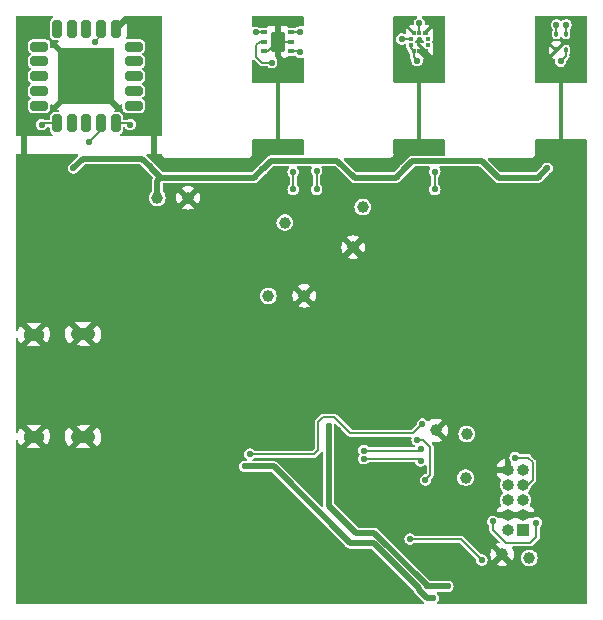
<source format=gbl>
G04 #@! TF.GenerationSoftware,KiCad,Pcbnew,7.0.9*
G04 #@! TF.CreationDate,2023-12-09T12:38:09+01:00*
G04 #@! TF.ProjectId,AirMonitor,4169724d-6f6e-4697-946f-722e6b696361,1.0.0*
G04 #@! TF.SameCoordinates,Original*
G04 #@! TF.FileFunction,Copper,L2,Bot*
G04 #@! TF.FilePolarity,Positive*
%FSLAX46Y46*%
G04 Gerber Fmt 4.6, Leading zero omitted, Abs format (unit mm)*
G04 Created by KiCad (PCBNEW 7.0.9) date 2023-12-09 12:38:09*
%MOMM*%
%LPD*%
G01*
G04 APERTURE LIST*
G04 Aperture macros list*
%AMRoundRect*
0 Rectangle with rounded corners*
0 $1 Rounding radius*
0 $2 $3 $4 $5 $6 $7 $8 $9 X,Y pos of 4 corners*
0 Add a 4 corners polygon primitive as box body*
4,1,4,$2,$3,$4,$5,$6,$7,$8,$9,$2,$3,0*
0 Add four circle primitives for the rounded corners*
1,1,$1+$1,$2,$3*
1,1,$1+$1,$4,$5*
1,1,$1+$1,$6,$7*
1,1,$1+$1,$8,$9*
0 Add four rect primitives between the rounded corners*
20,1,$1+$1,$2,$3,$4,$5,0*
20,1,$1+$1,$4,$5,$6,$7,0*
20,1,$1+$1,$6,$7,$8,$9,0*
20,1,$1+$1,$8,$9,$2,$3,0*%
G04 Aperture macros list end*
G04 #@! TA.AperFunction,ComponentPad*
%ADD10C,1.000000*%
G04 #@! TD*
G04 #@! TA.AperFunction,ComponentPad*
%ADD11O,2.100000X1.000000*%
G04 #@! TD*
G04 #@! TA.AperFunction,ComponentPad*
%ADD12O,1.800000X1.000000*%
G04 #@! TD*
G04 #@! TA.AperFunction,ComponentPad*
%ADD13R,1.000000X1.000000*%
G04 #@! TD*
G04 #@! TA.AperFunction,ComponentPad*
%ADD14O,1.000000X1.000000*%
G04 #@! TD*
G04 #@! TA.AperFunction,SMDPad,CuDef*
%ADD15RoundRect,0.040000X0.235000X-0.160000X0.235000X0.160000X-0.235000X0.160000X-0.235000X-0.160000X0*%
G04 #@! TD*
G04 #@! TA.AperFunction,SMDPad,CuDef*
%ADD16RoundRect,0.125000X0.500000X0.725000X-0.500000X0.725000X-0.500000X-0.725000X0.500000X-0.725000X0*%
G04 #@! TD*
G04 #@! TA.AperFunction,SMDPad,CuDef*
%ADD17RoundRect,0.030000X0.132500X-0.120000X0.132500X0.120000X-0.132500X0.120000X-0.132500X-0.120000X0*%
G04 #@! TD*
G04 #@! TA.AperFunction,SMDPad,CuDef*
%ADD18RoundRect,0.030000X-0.120000X-0.132500X0.120000X-0.132500X0.120000X0.132500X-0.120000X0.132500X0*%
G04 #@! TD*
G04 #@! TA.AperFunction,SMDPad,CuDef*
%ADD19RoundRect,0.200000X0.550000X-0.200000X0.550000X0.200000X-0.550000X0.200000X-0.550000X-0.200000X0*%
G04 #@! TD*
G04 #@! TA.AperFunction,SMDPad,CuDef*
%ADD20RoundRect,0.200000X-0.200000X-0.550000X0.200000X-0.550000X0.200000X0.550000X-0.200000X0.550000X0*%
G04 #@! TD*
G04 #@! TA.AperFunction,SMDPad,CuDef*
%ADD21RoundRect,0.200000X0.200000X0.550000X-0.200000X0.550000X-0.200000X-0.550000X0.200000X-0.550000X0*%
G04 #@! TD*
G04 #@! TA.AperFunction,SMDPad,CuDef*
%ADD22RoundRect,0.240000X2.160000X2.160000X-2.160000X2.160000X-2.160000X-2.160000X2.160000X-2.160000X0*%
G04 #@! TD*
G04 #@! TA.AperFunction,SMDPad,CuDef*
%ADD23RoundRect,0.075000X-0.075000X0.175000X-0.075000X-0.175000X0.075000X-0.175000X0.075000X0.175000X0*%
G04 #@! TD*
G04 #@! TA.AperFunction,ViaPad*
%ADD24C,0.560000*%
G04 #@! TD*
G04 #@! TA.AperFunction,Conductor*
%ADD25C,0.500000*%
G04 #@! TD*
G04 #@! TA.AperFunction,Conductor*
%ADD26C,0.200000*%
G04 #@! TD*
G04 #@! TA.AperFunction,Conductor*
%ADD27C,0.300000*%
G04 #@! TD*
G04 APERTURE END LIST*
D10*
X137400000Y-148400000D03*
D11*
X105012500Y-136250000D03*
D12*
X100832500Y-136280000D03*
D11*
X105012500Y-144920000D03*
D12*
X100832500Y-144920000D03*
D10*
X120700000Y-133000000D03*
X142800000Y-155200000D03*
X122100000Y-126800000D03*
X137500000Y-144700000D03*
X140500000Y-154900000D03*
X127900000Y-128900000D03*
X123750000Y-133000000D03*
X128700000Y-125500000D03*
X111300000Y-124700000D03*
X113900000Y-124700000D03*
X134900000Y-144400000D03*
D13*
X142270000Y-152830000D03*
D14*
X141000000Y-152830000D03*
X142270000Y-151560000D03*
X141000000Y-151560000D03*
X142270000Y-150290000D03*
X141000000Y-150290000D03*
X142270000Y-149020000D03*
X141000000Y-149020000D03*
X142270000Y-147750000D03*
X141000000Y-147750000D03*
D15*
X122650000Y-110700000D03*
X122650000Y-111500000D03*
X122650000Y-112300000D03*
X120350000Y-112300000D03*
X120350000Y-111500000D03*
X120350000Y-110700000D03*
D16*
X121500000Y-111500000D03*
D17*
X132750000Y-111750000D03*
X132750000Y-111250000D03*
D18*
X133000000Y-110725000D03*
X133500000Y-110725000D03*
X134000000Y-110725000D03*
D17*
X134250000Y-111250000D03*
X134250000Y-111750000D03*
D18*
X134000000Y-112275000D03*
X133500000Y-112275000D03*
X133000000Y-112275000D03*
D19*
X109300000Y-111900000D03*
X109300000Y-113150000D03*
X109300000Y-114400000D03*
X109300000Y-115650000D03*
X109300000Y-116900000D03*
D20*
X107800000Y-118400000D03*
X106550000Y-118400000D03*
X105300000Y-118400000D03*
X104050000Y-118400000D03*
X102800000Y-118400000D03*
D19*
X101300000Y-116900000D03*
X101300000Y-115650000D03*
X101300000Y-114400000D03*
X101300000Y-113150000D03*
X101300000Y-111900000D03*
D21*
X102800000Y-110400000D03*
X104050000Y-110400000D03*
X105300000Y-110400000D03*
X106550000Y-110400000D03*
X107800000Y-110400000D03*
D22*
X105300000Y-114400000D03*
D23*
X145100000Y-110800000D03*
X145900000Y-110800000D03*
X145900000Y-112200000D03*
X145100000Y-112200000D03*
D24*
X118725000Y-147450000D03*
X134675000Y-158600000D03*
X133300000Y-145200000D03*
X134000000Y-148600000D03*
X119150000Y-146400000D03*
X133750000Y-143850000D03*
X134800000Y-122490500D03*
X123400000Y-112400000D03*
X122800000Y-124000000D03*
X145100000Y-110050000D03*
X133500000Y-109900000D03*
X122800000Y-122490500D03*
X101500000Y-118500000D03*
X134800000Y-124000000D03*
X124800000Y-124000000D03*
X124800000Y-122400000D03*
X119650000Y-110700000D03*
X109000000Y-118500000D03*
X132000000Y-111250000D03*
X145900000Y-110050000D03*
X141600000Y-146709500D03*
X115400000Y-135600000D03*
X145500000Y-125100000D03*
X130600000Y-152400000D03*
X130400000Y-142000000D03*
X126550000Y-145525000D03*
X132800000Y-158500000D03*
X125200000Y-134400000D03*
X126400000Y-135800000D03*
X130200000Y-155800000D03*
X115400000Y-139600000D03*
X128300000Y-147500000D03*
X111800000Y-136200000D03*
X126800000Y-127800000D03*
X122600000Y-143800000D03*
X118400000Y-148600000D03*
X128600000Y-121800000D03*
X121900000Y-151700000D03*
X109000000Y-144200000D03*
X121000000Y-149725000D03*
X109800000Y-136200000D03*
X139000000Y-150300000D03*
X125800000Y-142700000D03*
X124700000Y-152500000D03*
X107200000Y-122200000D03*
X130400000Y-140000000D03*
X123750000Y-122400000D03*
X128600000Y-154900000D03*
X128350000Y-143475000D03*
X126575000Y-144375000D03*
X127000000Y-133000000D03*
X124575000Y-149750000D03*
X112000000Y-122200000D03*
X143500000Y-150100000D03*
X106600000Y-143800000D03*
X105500000Y-125100000D03*
X114800000Y-122200000D03*
X104600000Y-137390000D03*
X138200000Y-122400000D03*
X137800000Y-151300000D03*
X130800000Y-121800000D03*
X136600000Y-122400000D03*
X129100000Y-149925000D03*
X107800000Y-136000000D03*
X132800000Y-148600000D03*
X121500000Y-125100000D03*
X133500000Y-125100000D03*
X131000000Y-137000000D03*
X106600000Y-137400000D03*
X123800000Y-127800000D03*
X126250000Y-122400000D03*
X131000000Y-141200000D03*
X104600000Y-143800000D03*
X133600000Y-141200000D03*
X129000000Y-131000000D03*
X109200000Y-122200000D03*
X118500000Y-158600000D03*
X140400000Y-121800000D03*
X142600000Y-121800000D03*
X121800000Y-155600000D03*
X127025000Y-147375000D03*
X133600000Y-137000000D03*
X115400000Y-137600000D03*
X109000000Y-137000000D03*
X129700000Y-151700000D03*
X130400000Y-138000000D03*
X119050000Y-145125000D03*
X132700000Y-153600000D03*
X138775000Y-155375000D03*
X134800000Y-157600000D03*
X125800000Y-144800000D03*
X139700000Y-152100000D03*
X125800000Y-145600000D03*
X143400000Y-152200000D03*
X135900000Y-157600000D03*
X134110497Y-157600000D03*
X125800000Y-144000000D03*
X132309500Y-122200000D03*
X145450000Y-113150000D03*
X120990500Y-113250000D03*
X104200000Y-122200000D03*
X133300000Y-113100000D03*
X123400000Y-110650000D03*
X120309500Y-122210271D03*
X144309500Y-122200000D03*
X105500000Y-120000000D03*
X106000000Y-111500000D03*
X128800000Y-146789503D03*
X133600000Y-147000000D03*
X128800000Y-146100000D03*
X133600000Y-146000000D03*
D25*
X127650000Y-153950000D02*
X129650000Y-153950000D01*
X134177116Y-158600000D02*
X134675000Y-158600000D01*
X133450497Y-157873381D02*
X134177116Y-158600000D01*
X133450497Y-157750497D02*
X133450497Y-157873381D01*
X129650000Y-153950000D02*
X133450497Y-157750497D01*
X121150000Y-147450000D02*
X127650000Y-153950000D01*
X118725000Y-147450000D02*
X121150000Y-147450000D01*
D26*
X134000000Y-148600000D02*
X134400000Y-148200000D01*
X134400000Y-148200000D02*
X134400000Y-145800000D01*
X133800000Y-145200000D02*
X133300000Y-145200000D01*
X134400000Y-145800000D02*
X133800000Y-145200000D01*
X126600000Y-143600000D02*
X127650000Y-144650000D01*
X132950000Y-144650000D02*
X133750000Y-143850000D01*
X124950000Y-143650000D02*
X125300000Y-143300000D01*
X124950000Y-146050000D02*
X124950000Y-143650000D01*
X125300000Y-143300000D02*
X126300000Y-143300000D01*
X124600000Y-146400000D02*
X124950000Y-146050000D01*
X119150000Y-146400000D02*
X124600000Y-146400000D01*
X127650000Y-144650000D02*
X130300000Y-144650000D01*
X126300000Y-143300000D02*
X126600000Y-143600000D01*
X130300000Y-144650000D02*
X132950000Y-144650000D01*
X102800000Y-118400000D02*
X101600000Y-118400000D01*
X101600000Y-118400000D02*
X101500000Y-118500000D01*
X123300000Y-112300000D02*
X122650000Y-112300000D01*
X123400000Y-112400000D02*
X123300000Y-112300000D01*
X122800000Y-122490500D02*
X122800000Y-124000000D01*
X145100000Y-110800000D02*
X145100000Y-110050000D01*
X134800000Y-122490500D02*
X134800000Y-124000000D01*
X133500000Y-110725000D02*
X133500000Y-109900000D01*
X132750000Y-111250000D02*
X132000000Y-111250000D01*
X124800000Y-124000000D02*
X124800000Y-122400000D01*
X145900000Y-110800000D02*
X145900000Y-110050000D01*
X108900000Y-118400000D02*
X109000000Y-118500000D01*
X107800000Y-118400000D02*
X108900000Y-118400000D01*
X120350000Y-110700000D02*
X119650000Y-110700000D01*
X143100000Y-148600000D02*
X142680000Y-149020000D01*
X143100000Y-147100000D02*
X143100000Y-148600000D01*
X141600000Y-146709500D02*
X142709500Y-146709500D01*
X142709500Y-146709500D02*
X143100000Y-147100000D01*
X142680000Y-149020000D02*
X142270000Y-149020000D01*
X120350000Y-112300000D02*
X120700000Y-112300000D01*
X120700000Y-112300000D02*
X121500000Y-111500000D01*
D25*
X121500000Y-111500000D02*
X121500000Y-109850000D01*
D26*
X122650000Y-111500000D02*
X121500000Y-111500000D01*
D25*
X111000000Y-119000000D02*
X111000000Y-121500000D01*
X121500000Y-112700000D02*
X121900000Y-113100000D01*
X100000000Y-119000000D02*
X100000000Y-121500000D01*
D27*
X145500000Y-114625000D02*
X145500000Y-119875000D01*
X121500000Y-114750000D02*
X121500000Y-120000000D01*
X133500000Y-114625000D02*
X133500000Y-119875000D01*
D25*
X121500000Y-111500000D02*
X121500000Y-112700000D01*
D26*
X137000000Y-153600000D02*
X132700000Y-153600000D01*
X138775000Y-155375000D02*
X137000000Y-153600000D01*
D25*
X129690954Y-153100000D02*
X128133381Y-153100000D01*
X134110497Y-157600000D02*
X134110497Y-157519543D01*
X134800000Y-157600000D02*
X135900000Y-157600000D01*
X125800000Y-144000000D02*
X125800000Y-144800000D01*
D26*
X143400000Y-153400000D02*
X142900000Y-153900000D01*
X143400000Y-152200000D02*
X143400000Y-153400000D01*
D25*
X134110497Y-157519543D02*
X129690954Y-153100000D01*
D26*
X140800000Y-153900000D02*
X140200000Y-153300000D01*
X142900000Y-153900000D02*
X140800000Y-153900000D01*
D25*
X134110497Y-157600000D02*
X134800000Y-157600000D01*
X125800000Y-144800000D02*
X125800000Y-145600000D01*
X128133381Y-153100000D02*
X125800000Y-150766619D01*
D26*
X140200000Y-153300000D02*
X139700000Y-152800000D01*
D25*
X125800000Y-150766619D02*
X125800000Y-145600000D01*
D26*
X139700000Y-152800000D02*
X139700000Y-152100000D01*
D25*
X132309500Y-122200000D02*
X132300000Y-122200000D01*
X120309500Y-122210271D02*
X120289729Y-122210271D01*
X111600000Y-123000000D02*
X111300000Y-123300000D01*
X111300000Y-123300000D02*
X111300000Y-124700000D01*
D26*
X120150000Y-113250000D02*
X120990500Y-113250000D01*
X132750000Y-112025000D02*
X133000000Y-112275000D01*
D25*
X126550000Y-121550000D02*
X120969771Y-121550000D01*
D26*
X119700000Y-111800000D02*
X119700000Y-112800000D01*
D25*
X119500000Y-123000000D02*
X111600000Y-123000000D01*
D26*
X106550000Y-118950000D02*
X106550000Y-118400000D01*
D25*
X132300000Y-122200000D02*
X131500000Y-123000000D01*
X110009045Y-121400000D02*
X105000000Y-121400000D01*
X132909500Y-121600000D02*
X132309500Y-122200000D01*
X143509500Y-123000000D02*
X140200000Y-123000000D01*
D26*
X120350000Y-111500000D02*
X120000000Y-111500000D01*
D25*
X120289729Y-122210271D02*
X119500000Y-123000000D01*
D26*
X145900000Y-112700000D02*
X145450000Y-113150000D01*
D25*
X111600000Y-123000000D02*
X110739045Y-122139045D01*
D26*
X105500000Y-120000000D02*
X106550000Y-118950000D01*
X132750000Y-111750000D02*
X132750000Y-112025000D01*
X122650000Y-110700000D02*
X123350000Y-110700000D01*
X123350000Y-110700000D02*
X123400000Y-110650000D01*
X106550000Y-110950000D02*
X106000000Y-111500000D01*
X145900000Y-112200000D02*
X145900000Y-112700000D01*
D25*
X138800000Y-121600000D02*
X132909500Y-121600000D01*
X110739045Y-122139045D02*
X110739045Y-122130000D01*
X120969771Y-121550000D02*
X120309500Y-122210271D01*
X128000000Y-123000000D02*
X126550000Y-121550000D01*
X140200000Y-123000000D02*
X138800000Y-121600000D01*
D26*
X106550000Y-110400000D02*
X106550000Y-110950000D01*
X133000000Y-112800000D02*
X133000000Y-112275000D01*
D25*
X105000000Y-121400000D02*
X104200000Y-122200000D01*
X144309500Y-122200000D02*
X143509500Y-123000000D01*
D26*
X133300000Y-113100000D02*
X133000000Y-112800000D01*
D25*
X110739045Y-122130000D02*
X110009045Y-121400000D01*
X131500000Y-123000000D02*
X128000000Y-123000000D01*
D26*
X120000000Y-111500000D02*
X119700000Y-111800000D01*
X119700000Y-112800000D02*
X120150000Y-113250000D01*
X128800000Y-146789503D02*
X133389503Y-146789503D01*
X133389503Y-146789503D02*
X133600000Y-147000000D01*
X128800000Y-146100000D02*
X133500000Y-146100000D01*
X133500000Y-146100000D02*
X133600000Y-146000000D01*
G04 #@! TA.AperFunction,Conductor*
G36*
X141972940Y-151365921D02*
G01*
X141926018Y-151472892D01*
X141916372Y-151589302D01*
X141945047Y-151702538D01*
X142008936Y-151800327D01*
X142021364Y-151810000D01*
X141245581Y-151810000D01*
X141297060Y-151754079D01*
X141343982Y-151647108D01*
X141353628Y-151530698D01*
X141324953Y-151417462D01*
X141261064Y-151319673D01*
X141248636Y-151310000D01*
X142024419Y-151310000D01*
X141972940Y-151365921D01*
G37*
G04 #@! TD.AperFunction*
G04 #@! TA.AperFunction,Conductor*
G36*
X147658691Y-119768907D02*
G01*
X147694655Y-119818407D01*
X147699500Y-119849000D01*
X147699500Y-159000500D01*
X147680593Y-159058691D01*
X147631093Y-159094655D01*
X147600500Y-159099500D01*
X135094752Y-159099500D01*
X135036561Y-159080593D01*
X135000597Y-159031093D01*
X135000597Y-158969907D01*
X135019930Y-158935672D01*
X135083379Y-158862449D01*
X135140777Y-158736765D01*
X135160441Y-158600000D01*
X135140777Y-158463235D01*
X135083379Y-158337551D01*
X134992896Y-158233128D01*
X134992894Y-158233127D01*
X134992894Y-158233126D01*
X134992362Y-158232785D01*
X134992027Y-158232376D01*
X134987542Y-158228489D01*
X134988214Y-158227713D01*
X134953630Y-158185420D01*
X134950136Y-158124334D01*
X134983214Y-158072861D01*
X135040231Y-158050662D01*
X135045884Y-158050500D01*
X135714510Y-158050500D01*
X135742399Y-158054509D01*
X135830915Y-158080500D01*
X135830916Y-158080500D01*
X135969084Y-158080500D01*
X135969085Y-158080500D01*
X136101659Y-158041573D01*
X136217896Y-157966872D01*
X136308379Y-157862449D01*
X136365777Y-157736765D01*
X136385441Y-157600000D01*
X136365777Y-157463235D01*
X136308379Y-157337551D01*
X136217896Y-157233128D01*
X136217893Y-157233126D01*
X136217891Y-157233124D01*
X136101663Y-157158429D01*
X136101660Y-157158428D01*
X136101659Y-157158427D01*
X136006865Y-157130593D01*
X135969086Y-157119500D01*
X135969085Y-157119500D01*
X135830915Y-157119500D01*
X135830913Y-157119500D01*
X135774590Y-157136038D01*
X135742399Y-157145490D01*
X135714510Y-157149500D01*
X134985490Y-157149500D01*
X134957600Y-157145490D01*
X134910388Y-157131627D01*
X134869086Y-157119500D01*
X134869085Y-157119500D01*
X134730915Y-157119500D01*
X134730913Y-157119500D01*
X134674590Y-157136038D01*
X134642399Y-157145490D01*
X134614510Y-157149500D01*
X134418565Y-157149500D01*
X134360374Y-157130593D01*
X134348561Y-157120504D01*
X130828060Y-153600002D01*
X132214559Y-153600002D01*
X132234221Y-153736759D01*
X132234222Y-153736762D01*
X132234222Y-153736763D01*
X132234223Y-153736765D01*
X132291621Y-153862449D01*
X132382104Y-153966872D01*
X132382106Y-153966873D01*
X132382108Y-153966875D01*
X132492660Y-154037922D01*
X132498341Y-154041573D01*
X132630915Y-154080500D01*
X132630916Y-154080500D01*
X132769084Y-154080500D01*
X132769085Y-154080500D01*
X132901659Y-154041573D01*
X133017896Y-153966872D01*
X133045801Y-153934667D01*
X133098195Y-153903073D01*
X133120619Y-153900500D01*
X136834521Y-153900500D01*
X136892712Y-153919407D01*
X136904525Y-153929496D01*
X138262119Y-155287090D01*
X138289896Y-155341607D01*
X138290108Y-155371178D01*
X138289559Y-155374997D01*
X138289559Y-155375002D01*
X138309221Y-155511759D01*
X138309222Y-155511762D01*
X138309222Y-155511763D01*
X138309223Y-155511765D01*
X138366621Y-155637449D01*
X138457104Y-155741872D01*
X138457106Y-155741873D01*
X138457108Y-155741875D01*
X138517571Y-155780732D01*
X138573341Y-155816573D01*
X138705915Y-155855500D01*
X138705916Y-155855500D01*
X138844084Y-155855500D01*
X138844085Y-155855500D01*
X138976659Y-155816573D01*
X139061456Y-155762077D01*
X139991476Y-155762077D01*
X140115459Y-155828347D01*
X140115464Y-155828349D01*
X140303965Y-155885531D01*
X140303970Y-155885532D01*
X140499997Y-155904839D01*
X140500003Y-155904839D01*
X140696029Y-155885532D01*
X140696034Y-155885531D01*
X140884535Y-155828349D01*
X140884540Y-155828347D01*
X141008522Y-155762077D01*
X140499999Y-155253554D01*
X139991476Y-155762077D01*
X139061456Y-155762077D01*
X139092896Y-155741872D01*
X139183379Y-155637449D01*
X139240777Y-155511765D01*
X139260441Y-155375000D01*
X139259891Y-155371178D01*
X139240778Y-155238240D01*
X139240777Y-155238237D01*
X139240777Y-155238235D01*
X139183379Y-155112551D01*
X139092896Y-155008128D01*
X139092893Y-155008126D01*
X139092891Y-155008124D01*
X138976663Y-154933429D01*
X138976660Y-154933428D01*
X138976659Y-154933427D01*
X138862827Y-154900003D01*
X139495161Y-154900003D01*
X139514467Y-155096029D01*
X139514468Y-155096034D01*
X139571650Y-155284535D01*
X139571652Y-155284540D01*
X139637921Y-155408523D01*
X140146444Y-154900000D01*
X140344709Y-154900000D01*
X140365514Y-154977645D01*
X140422355Y-155034486D01*
X140480254Y-155050000D01*
X140519746Y-155050000D01*
X140577645Y-155034486D01*
X140634486Y-154977646D01*
X140655291Y-154900000D01*
X140634486Y-154822355D01*
X140577645Y-154765514D01*
X140519746Y-154750000D01*
X140480254Y-154750000D01*
X140422355Y-154765514D01*
X140365514Y-154822354D01*
X140344709Y-154900000D01*
X140146444Y-154900000D01*
X140146445Y-154899999D01*
X139637922Y-154391476D01*
X139571652Y-154515460D01*
X139571648Y-154515472D01*
X139514468Y-154703965D01*
X139514467Y-154703970D01*
X139495161Y-154899996D01*
X139495161Y-154900003D01*
X138862827Y-154900003D01*
X138844086Y-154894500D01*
X138844085Y-154894500D01*
X138760479Y-154894500D01*
X138702288Y-154875593D01*
X138690475Y-154865504D01*
X137258565Y-153433594D01*
X137250479Y-153422344D01*
X137249487Y-153423094D01*
X137243958Y-153415772D01*
X137208428Y-153383382D01*
X137206775Y-153381804D01*
X137192797Y-153367826D01*
X137189859Y-153365813D01*
X137184496Y-153361564D01*
X137160933Y-153340084D01*
X137151762Y-153336531D01*
X137131586Y-153325895D01*
X137123484Y-153320345D01*
X137123479Y-153320343D01*
X137092457Y-153313046D01*
X137085902Y-153311016D01*
X137056177Y-153299501D01*
X137056174Y-153299500D01*
X137056173Y-153299500D01*
X137056172Y-153299500D01*
X137046348Y-153299500D01*
X137023683Y-153296870D01*
X137014119Y-153294621D01*
X137014118Y-153294621D01*
X136982547Y-153299025D01*
X136975701Y-153299500D01*
X133120619Y-153299500D01*
X133062428Y-153280593D01*
X133045804Y-153265336D01*
X133017896Y-153233128D01*
X133017895Y-153233127D01*
X133017894Y-153233126D01*
X132901663Y-153158429D01*
X132901660Y-153158428D01*
X132901659Y-153158427D01*
X132835372Y-153138963D01*
X132769086Y-153119500D01*
X132769085Y-153119500D01*
X132630915Y-153119500D01*
X132630913Y-153119500D01*
X132498341Y-153158427D01*
X132498336Y-153158429D01*
X132382108Y-153233124D01*
X132382103Y-153233129D01*
X132291622Y-153337549D01*
X132234222Y-153463237D01*
X132234221Y-153463240D01*
X132214559Y-153599997D01*
X132214559Y-153600002D01*
X130828060Y-153600002D01*
X130029356Y-152801298D01*
X130025654Y-152797155D01*
X130000833Y-152766030D01*
X129951682Y-152732519D01*
X129903836Y-152697207D01*
X129903833Y-152697205D01*
X129897276Y-152693740D01*
X129897480Y-152693352D01*
X129895498Y-152692352D01*
X129895309Y-152692746D01*
X129888627Y-152689528D01*
X129831776Y-152671992D01*
X129775654Y-152652354D01*
X129768368Y-152650976D01*
X129768449Y-152650544D01*
X129766256Y-152650171D01*
X129766191Y-152650605D01*
X129758857Y-152649500D01*
X129758856Y-152649500D01*
X129699381Y-152649500D01*
X129679568Y-152648758D01*
X129639944Y-152647276D01*
X129639943Y-152647276D01*
X129639942Y-152647276D01*
X129632569Y-152648107D01*
X129632519Y-152647668D01*
X129618610Y-152649500D01*
X128360993Y-152649500D01*
X128302802Y-152630593D01*
X128290989Y-152620504D01*
X127770487Y-152100002D01*
X139214559Y-152100002D01*
X139234221Y-152236759D01*
X139234222Y-152236762D01*
X139234222Y-152236763D01*
X139234223Y-152236765D01*
X139279889Y-152336759D01*
X139291622Y-152362451D01*
X139375319Y-152459042D01*
X139399137Y-152515401D01*
X139399500Y-152523873D01*
X139399500Y-152734835D01*
X139397280Y-152748513D01*
X139398494Y-152748683D01*
X139397226Y-152757766D01*
X139399048Y-152797155D01*
X139399239Y-152801298D01*
X139399447Y-152805783D01*
X139399500Y-152808069D01*
X139399500Y-152827842D01*
X139400152Y-152831332D01*
X139400943Y-152838149D01*
X139402414Y-152869987D01*
X139402415Y-152869994D01*
X139406384Y-152878982D01*
X139413133Y-152900773D01*
X139414939Y-152910433D01*
X139431717Y-152937533D01*
X139434915Y-152943600D01*
X139447793Y-152972763D01*
X139447794Y-152972765D01*
X139454745Y-152979716D01*
X139468907Y-152997596D01*
X139474081Y-153005952D01*
X139499511Y-153025156D01*
X139504690Y-153029662D01*
X140252796Y-153777767D01*
X140280573Y-153832284D01*
X140271002Y-153892716D01*
X140227737Y-153935981D01*
X140211531Y-153942508D01*
X140115469Y-153971649D01*
X140115460Y-153971652D01*
X139991476Y-154037922D01*
X140500000Y-154546447D01*
X141362076Y-155408522D01*
X141362077Y-155408522D01*
X141428347Y-155284540D01*
X141428349Y-155284535D01*
X141453993Y-155200000D01*
X142094355Y-155200000D01*
X142114860Y-155368872D01*
X142175182Y-155527930D01*
X142271817Y-155667929D01*
X142399148Y-155780734D01*
X142549775Y-155859790D01*
X142714944Y-155900500D01*
X142714947Y-155900500D01*
X142885053Y-155900500D01*
X142885056Y-155900500D01*
X143050225Y-155859790D01*
X143200852Y-155780734D01*
X143328183Y-155667929D01*
X143424818Y-155527930D01*
X143485140Y-155368872D01*
X143505645Y-155200000D01*
X143485140Y-155031128D01*
X143424818Y-154872070D01*
X143328183Y-154732071D01*
X143296463Y-154703970D01*
X143200853Y-154619267D01*
X143200852Y-154619266D01*
X143050225Y-154540210D01*
X143050224Y-154540209D01*
X143050223Y-154540209D01*
X142885058Y-154499500D01*
X142885056Y-154499500D01*
X142714944Y-154499500D01*
X142714941Y-154499500D01*
X142549776Y-154540209D01*
X142399146Y-154619267D01*
X142271818Y-154732069D01*
X142271817Y-154732071D01*
X142175182Y-154872070D01*
X142114860Y-155031128D01*
X142108025Y-155087418D01*
X142106980Y-155096029D01*
X142094355Y-155200000D01*
X141453993Y-155200000D01*
X141485531Y-155096034D01*
X141485532Y-155096029D01*
X141504839Y-154900003D01*
X141504839Y-154899996D01*
X141485532Y-154703970D01*
X141485531Y-154703965D01*
X141428349Y-154515464D01*
X141428347Y-154515459D01*
X141337860Y-154346168D01*
X141327104Y-154285935D01*
X141353806Y-154230884D01*
X141407766Y-154202042D01*
X141425170Y-154200500D01*
X142834836Y-154200500D01*
X142848511Y-154202732D01*
X142848683Y-154201506D01*
X142857764Y-154202772D01*
X142857765Y-154202773D01*
X142857765Y-154202772D01*
X142857766Y-154202773D01*
X142866507Y-154202368D01*
X142905793Y-154200552D01*
X142908070Y-154200500D01*
X142927841Y-154200500D01*
X142927844Y-154200500D01*
X142931337Y-154199846D01*
X142938141Y-154199056D01*
X142969992Y-154197585D01*
X142978976Y-154193617D01*
X143000777Y-154186865D01*
X143010433Y-154185061D01*
X143037543Y-154168274D01*
X143043589Y-154165088D01*
X143072765Y-154152206D01*
X143079709Y-154145260D01*
X143097601Y-154131089D01*
X143105952Y-154125919D01*
X143125165Y-154100474D01*
X143129662Y-154095308D01*
X143332254Y-153892716D01*
X143566405Y-153658564D01*
X143577665Y-153650492D01*
X143576906Y-153649487D01*
X143584225Y-153643960D01*
X143584225Y-153643959D01*
X143584228Y-153643958D01*
X143616635Y-153608408D01*
X143618188Y-153606783D01*
X143632174Y-153592797D01*
X143634181Y-153589865D01*
X143638440Y-153584490D01*
X143659916Y-153560933D01*
X143663466Y-153551767D01*
X143674107Y-153531581D01*
X143679657Y-153523480D01*
X143686956Y-153492443D01*
X143688980Y-153485908D01*
X143700500Y-153456173D01*
X143700500Y-153446348D01*
X143703129Y-153423683D01*
X143705379Y-153414119D01*
X143702102Y-153390632D01*
X143700975Y-153382546D01*
X143700500Y-153375699D01*
X143700500Y-152623873D01*
X143719407Y-152565682D01*
X143724681Y-152559042D01*
X143804546Y-152466872D01*
X143808379Y-152462449D01*
X143865777Y-152336765D01*
X143869589Y-152310252D01*
X143885441Y-152200002D01*
X143885441Y-152199997D01*
X143865778Y-152063240D01*
X143865777Y-152063237D01*
X143865777Y-152063235D01*
X143808379Y-151937551D01*
X143717896Y-151833128D01*
X143717893Y-151833126D01*
X143717891Y-151833124D01*
X143601663Y-151758429D01*
X143601660Y-151758428D01*
X143601659Y-151758427D01*
X143535372Y-151738963D01*
X143469086Y-151719500D01*
X143469085Y-151719500D01*
X143330915Y-151719500D01*
X143330913Y-151719500D01*
X143198341Y-151758427D01*
X143198336Y-151758429D01*
X143142546Y-151794284D01*
X143089023Y-151810000D01*
X142515581Y-151810000D01*
X142567060Y-151754079D01*
X142613982Y-151647108D01*
X142623628Y-151530698D01*
X142594953Y-151417462D01*
X142531064Y-151319673D01*
X142518636Y-151310000D01*
X143239161Y-151310000D01*
X143198348Y-151175461D01*
X143198347Y-151175459D01*
X143105497Y-151001747D01*
X143105493Y-151001741D01*
X142980531Y-150849476D01*
X142980522Y-150849467D01*
X142894206Y-150778628D01*
X142861219Y-150727097D01*
X142864822Y-150666018D01*
X142875534Y-150645867D01*
X142894818Y-150617930D01*
X142955140Y-150458872D01*
X142975645Y-150290000D01*
X142955140Y-150121128D01*
X142894818Y-149962070D01*
X142798183Y-149822071D01*
X142693242Y-149729102D01*
X142662224Y-149676363D01*
X142668129Y-149615463D01*
X142693243Y-149580897D01*
X142798183Y-149487929D01*
X142894818Y-149347930D01*
X142955140Y-149188872D01*
X142955140Y-149188870D01*
X142957263Y-149183273D01*
X142958517Y-149183748D01*
X142980880Y-149144089D01*
X143266405Y-148858564D01*
X143277664Y-148850493D01*
X143276905Y-148849487D01*
X143284221Y-148843961D01*
X143284228Y-148843958D01*
X143316632Y-148808411D01*
X143318186Y-148806783D01*
X143332174Y-148792797D01*
X143334181Y-148789865D01*
X143338440Y-148784490D01*
X143359916Y-148760933D01*
X143363466Y-148751767D01*
X143374107Y-148731581D01*
X143379657Y-148723480D01*
X143386956Y-148692443D01*
X143388980Y-148685908D01*
X143400500Y-148656173D01*
X143400500Y-148646348D01*
X143403129Y-148623683D01*
X143405379Y-148614119D01*
X143402102Y-148590632D01*
X143400975Y-148582546D01*
X143400500Y-148575699D01*
X143400500Y-147165168D01*
X143402731Y-147151495D01*
X143401505Y-147151324D01*
X143402773Y-147142232D01*
X143400553Y-147094215D01*
X143400500Y-147091928D01*
X143400500Y-147072160D01*
X143400500Y-147072156D01*
X143399846Y-147068664D01*
X143399056Y-147061859D01*
X143397585Y-147030008D01*
X143393614Y-147021016D01*
X143386864Y-146999214D01*
X143385061Y-146989568D01*
X143385061Y-146989567D01*
X143368276Y-146962458D01*
X143365088Y-146956410D01*
X143352206Y-146927234D01*
X143352205Y-146927233D01*
X143352204Y-146927231D01*
X143345254Y-146920281D01*
X143331088Y-146902395D01*
X143325921Y-146894050D01*
X143325918Y-146894047D01*
X143318002Y-146888069D01*
X143300482Y-146874838D01*
X143295309Y-146870337D01*
X143134469Y-146709497D01*
X142968066Y-146543095D01*
X142959979Y-146531844D01*
X142958987Y-146532594D01*
X142953458Y-146525272D01*
X142917928Y-146492882D01*
X142916275Y-146491304D01*
X142902297Y-146477326D01*
X142899359Y-146475313D01*
X142893996Y-146471064D01*
X142870433Y-146449584D01*
X142861262Y-146446031D01*
X142841086Y-146435395D01*
X142832984Y-146429845D01*
X142832979Y-146429843D01*
X142801957Y-146422546D01*
X142795402Y-146420516D01*
X142765677Y-146409001D01*
X142765674Y-146409000D01*
X142765673Y-146409000D01*
X142765672Y-146409000D01*
X142755848Y-146409000D01*
X142733183Y-146406370D01*
X142723619Y-146404121D01*
X142723618Y-146404121D01*
X142692047Y-146408525D01*
X142685201Y-146409000D01*
X142020619Y-146409000D01*
X141962428Y-146390093D01*
X141945804Y-146374836D01*
X141917896Y-146342628D01*
X141917895Y-146342627D01*
X141917894Y-146342626D01*
X141801663Y-146267929D01*
X141801660Y-146267928D01*
X141801659Y-146267927D01*
X141735372Y-146248463D01*
X141669086Y-146229000D01*
X141669085Y-146229000D01*
X141530915Y-146229000D01*
X141530913Y-146229000D01*
X141398341Y-146267927D01*
X141398336Y-146267929D01*
X141282108Y-146342624D01*
X141282103Y-146342629D01*
X141191622Y-146447049D01*
X141134222Y-146572737D01*
X141134221Y-146572740D01*
X141114559Y-146709497D01*
X141114559Y-146709502D01*
X141134221Y-146846259D01*
X141134222Y-146846262D01*
X141134222Y-146846263D01*
X141134223Y-146846265D01*
X141191621Y-146971949D01*
X141225820Y-147011417D01*
X141249637Y-147067773D01*
X141250000Y-147076246D01*
X141250000Y-147501061D01*
X141168885Y-147437928D01*
X141058405Y-147400000D01*
X140970995Y-147400000D01*
X140884784Y-147414386D01*
X140782053Y-147469981D01*
X140702940Y-147555921D01*
X140656018Y-147662892D01*
X140646372Y-147779302D01*
X140675047Y-147892538D01*
X140738936Y-147990327D01*
X140751364Y-148000000D01*
X140030839Y-148000000D01*
X140071651Y-148134538D01*
X140071652Y-148134540D01*
X140164502Y-148308252D01*
X140164506Y-148308258D01*
X140289468Y-148460523D01*
X140289471Y-148460526D01*
X140375793Y-148531370D01*
X140408780Y-148582902D01*
X140405177Y-148643981D01*
X140394464Y-148664135D01*
X140375181Y-148692071D01*
X140349066Y-148760933D01*
X140315483Y-148849487D01*
X140314860Y-148851129D01*
X140300806Y-148966875D01*
X140294355Y-149020000D01*
X140314860Y-149188872D01*
X140375182Y-149347930D01*
X140471817Y-149487929D01*
X140471820Y-149487931D01*
X140471823Y-149487935D01*
X140576756Y-149580898D01*
X140607775Y-149633638D01*
X140601869Y-149694537D01*
X140576756Y-149729102D01*
X140471823Y-149822064D01*
X140471816Y-149822072D01*
X140375182Y-149962070D01*
X140314860Y-150121128D01*
X140294355Y-150290000D01*
X140314860Y-150458872D01*
X140345251Y-150539007D01*
X140375181Y-150617929D01*
X140394463Y-150645863D01*
X140411958Y-150704494D01*
X140391650Y-150762211D01*
X140375793Y-150778628D01*
X140289477Y-150849467D01*
X140289468Y-150849476D01*
X140164506Y-151001741D01*
X140164502Y-151001747D01*
X140071652Y-151175459D01*
X140071651Y-151175461D01*
X140030839Y-151310000D01*
X140754419Y-151310000D01*
X140702940Y-151365921D01*
X140656018Y-151472892D01*
X140646372Y-151589302D01*
X140675047Y-151702538D01*
X140738936Y-151800327D01*
X140751364Y-151810000D01*
X140129717Y-151810000D01*
X140071526Y-151791093D01*
X140054898Y-151775831D01*
X140039819Y-151758429D01*
X140017896Y-151733128D01*
X140017893Y-151733126D01*
X140017891Y-151733124D01*
X139901663Y-151658429D01*
X139901660Y-151658428D01*
X139901659Y-151658427D01*
X139835372Y-151638963D01*
X139769086Y-151619500D01*
X139769085Y-151619500D01*
X139630915Y-151619500D01*
X139630913Y-151619500D01*
X139498341Y-151658427D01*
X139498336Y-151658429D01*
X139382108Y-151733124D01*
X139382103Y-151733129D01*
X139291622Y-151837549D01*
X139291621Y-151837550D01*
X139291621Y-151837551D01*
X139262922Y-151900393D01*
X139234222Y-151963237D01*
X139234221Y-151963240D01*
X139214559Y-152099997D01*
X139214559Y-152100002D01*
X127770487Y-152100002D01*
X126279496Y-150609011D01*
X126251719Y-150554494D01*
X126250500Y-150539007D01*
X126250500Y-145791752D01*
X126259448Y-145750623D01*
X126265777Y-145736765D01*
X126281525Y-145627235D01*
X126285441Y-145600002D01*
X126285441Y-145599997D01*
X126265778Y-145463240D01*
X126265777Y-145463238D01*
X126265777Y-145463235D01*
X126264777Y-145461047D01*
X126259446Y-145449370D01*
X126250500Y-145408246D01*
X126250500Y-144991752D01*
X126259448Y-144950623D01*
X126264261Y-144940084D01*
X126265777Y-144936765D01*
X126280196Y-144836479D01*
X126285441Y-144800002D01*
X126285441Y-144799997D01*
X126265778Y-144663240D01*
X126265777Y-144663238D01*
X126265777Y-144663235D01*
X126264256Y-144659904D01*
X126259446Y-144649370D01*
X126250500Y-144608246D01*
X126250500Y-144191752D01*
X126259448Y-144150623D01*
X126265777Y-144136765D01*
X126283218Y-144015464D01*
X126285441Y-144000002D01*
X126285441Y-143999998D01*
X126279144Y-143956205D01*
X126289577Y-143895916D01*
X126333454Y-143853273D01*
X126394017Y-143844565D01*
X126447140Y-143872111D01*
X127391436Y-144816407D01*
X127399537Y-144827647D01*
X127400516Y-144826909D01*
X127406044Y-144834230D01*
X127441569Y-144866616D01*
X127443223Y-144868195D01*
X127455622Y-144880593D01*
X127457203Y-144882174D01*
X127460128Y-144884178D01*
X127465505Y-144888437D01*
X127489064Y-144909914D01*
X127489065Y-144909914D01*
X127489067Y-144909916D01*
X127498230Y-144913466D01*
X127518416Y-144924105D01*
X127526519Y-144929656D01*
X127557553Y-144936955D01*
X127564090Y-144938979D01*
X127593827Y-144950500D01*
X127603652Y-144950500D01*
X127626316Y-144953129D01*
X127635881Y-144955379D01*
X127660494Y-144951945D01*
X127667453Y-144950975D01*
X127674299Y-144950500D01*
X130243827Y-144950500D01*
X132736179Y-144950500D01*
X132794370Y-144969407D01*
X132830334Y-145018907D01*
X132834171Y-145063589D01*
X132814559Y-145199997D01*
X132814559Y-145200002D01*
X132834221Y-145336759D01*
X132834222Y-145336762D01*
X132834222Y-145336763D01*
X132834223Y-145336765D01*
X132891621Y-145462449D01*
X132982104Y-145566872D01*
X133060441Y-145617216D01*
X133099172Y-145664582D01*
X133102665Y-145725668D01*
X133069585Y-145777140D01*
X133012569Y-145799339D01*
X133006917Y-145799500D01*
X129220619Y-145799500D01*
X129162428Y-145780593D01*
X129145804Y-145765336D01*
X129117896Y-145733128D01*
X129117895Y-145733127D01*
X129117894Y-145733126D01*
X129001663Y-145658429D01*
X129001660Y-145658428D01*
X129001659Y-145658427D01*
X128935372Y-145638963D01*
X128869086Y-145619500D01*
X128869085Y-145619500D01*
X128730915Y-145619500D01*
X128730913Y-145619500D01*
X128598341Y-145658427D01*
X128598336Y-145658429D01*
X128482108Y-145733124D01*
X128482103Y-145733129D01*
X128391622Y-145837549D01*
X128334222Y-145963237D01*
X128334221Y-145963240D01*
X128314559Y-146099997D01*
X128314559Y-146100002D01*
X128334221Y-146236759D01*
X128334222Y-146236762D01*
X128334222Y-146236763D01*
X128334223Y-146236765D01*
X128391621Y-146362449D01*
X128406760Y-146379920D01*
X128430577Y-146436280D01*
X128416718Y-146495875D01*
X128406761Y-146509580D01*
X128391622Y-146527051D01*
X128334222Y-146652740D01*
X128334221Y-146652743D01*
X128314559Y-146789500D01*
X128314559Y-146789505D01*
X128334221Y-146926262D01*
X128334222Y-146926265D01*
X128334222Y-146926266D01*
X128334223Y-146926268D01*
X128391621Y-147051952D01*
X128482104Y-147156375D01*
X128482106Y-147156376D01*
X128482108Y-147156378D01*
X128588063Y-147224471D01*
X128598341Y-147231076D01*
X128730915Y-147270003D01*
X128730916Y-147270003D01*
X128869084Y-147270003D01*
X128869085Y-147270003D01*
X129001659Y-147231076D01*
X129117896Y-147156375D01*
X129145801Y-147124170D01*
X129198195Y-147092576D01*
X129220619Y-147090003D01*
X133049244Y-147090003D01*
X133107435Y-147108910D01*
X133139297Y-147147876D01*
X133191621Y-147262449D01*
X133282104Y-147366872D01*
X133282106Y-147366873D01*
X133282108Y-147366875D01*
X133369002Y-147422718D01*
X133398341Y-147441573D01*
X133530915Y-147480500D01*
X133530916Y-147480500D01*
X133669084Y-147480500D01*
X133669085Y-147480500D01*
X133801659Y-147441573D01*
X133917896Y-147366872D01*
X133925683Y-147357885D01*
X133978076Y-147326291D01*
X134039037Y-147331526D01*
X134085278Y-147371594D01*
X134099500Y-147422718D01*
X134099500Y-148020500D01*
X134080593Y-148078691D01*
X134031093Y-148114655D01*
X134000500Y-148119500D01*
X133930913Y-148119500D01*
X133798341Y-148158427D01*
X133798336Y-148158429D01*
X133682108Y-148233124D01*
X133682103Y-148233129D01*
X133591622Y-148337549D01*
X133534222Y-148463237D01*
X133534221Y-148463240D01*
X133514559Y-148599997D01*
X133514559Y-148600002D01*
X133534221Y-148736759D01*
X133534222Y-148736762D01*
X133534222Y-148736763D01*
X133534223Y-148736765D01*
X133591621Y-148862449D01*
X133682104Y-148966872D01*
X133682106Y-148966873D01*
X133682108Y-148966875D01*
X133764774Y-149020001D01*
X133798341Y-149041573D01*
X133930915Y-149080500D01*
X133930916Y-149080500D01*
X134069084Y-149080500D01*
X134069085Y-149080500D01*
X134201659Y-149041573D01*
X134317896Y-148966872D01*
X134408379Y-148862449D01*
X134465777Y-148736765D01*
X134467048Y-148727929D01*
X134472203Y-148692070D01*
X134485441Y-148600000D01*
X134484892Y-148596184D01*
X134485441Y-148593012D01*
X134485441Y-148592919D01*
X134485457Y-148592919D01*
X134495323Y-148535897D01*
X134512877Y-148512092D01*
X134566405Y-148458564D01*
X134577664Y-148450493D01*
X134576905Y-148449487D01*
X134584221Y-148443961D01*
X134584228Y-148443958D01*
X134616632Y-148408411D01*
X134618186Y-148406783D01*
X134624969Y-148400001D01*
X136694355Y-148400001D01*
X136700080Y-148447146D01*
X136714860Y-148568872D01*
X136775182Y-148727930D01*
X136871817Y-148867929D01*
X136999148Y-148980734D01*
X137149775Y-149059790D01*
X137314944Y-149100500D01*
X137314947Y-149100500D01*
X137485053Y-149100500D01*
X137485056Y-149100500D01*
X137650225Y-149059790D01*
X137800852Y-148980734D01*
X137928183Y-148867929D01*
X138024818Y-148727930D01*
X138085140Y-148568872D01*
X138105645Y-148400000D01*
X138104770Y-148392797D01*
X138100901Y-148360932D01*
X138085140Y-148231128D01*
X138024818Y-148072070D01*
X137928183Y-147932071D01*
X137925276Y-147929496D01*
X137843295Y-147856867D01*
X137800852Y-147819266D01*
X137650225Y-147740210D01*
X137650224Y-147740209D01*
X137650223Y-147740209D01*
X137485058Y-147699500D01*
X137485056Y-147699500D01*
X137314944Y-147699500D01*
X137314941Y-147699500D01*
X137149776Y-147740209D01*
X136999146Y-147819267D01*
X136871818Y-147932069D01*
X136871816Y-147932072D01*
X136828273Y-147995155D01*
X136775182Y-148072070D01*
X136717686Y-148223678D01*
X136714860Y-148231129D01*
X136694355Y-148399998D01*
X136694355Y-148400001D01*
X134624969Y-148400001D01*
X134632174Y-148392797D01*
X134634181Y-148389865D01*
X134638440Y-148384490D01*
X134659916Y-148360933D01*
X134663465Y-148351770D01*
X134674106Y-148331582D01*
X134679656Y-148323481D01*
X134686955Y-148292443D01*
X134688977Y-148285914D01*
X134700500Y-148256173D01*
X134700500Y-148246348D01*
X134703129Y-148223683D01*
X134705379Y-148214119D01*
X134700975Y-148182546D01*
X134700500Y-148175699D01*
X134700500Y-147500000D01*
X140030839Y-147500000D01*
X140749999Y-147500000D01*
X140750000Y-147499999D01*
X140750000Y-146780838D01*
X140615461Y-146821651D01*
X140615459Y-146821652D01*
X140441747Y-146914502D01*
X140441741Y-146914506D01*
X140289476Y-147039468D01*
X140289468Y-147039476D01*
X140164506Y-147191741D01*
X140164502Y-147191747D01*
X140071652Y-147365459D01*
X140071651Y-147365461D01*
X140030839Y-147500000D01*
X134700500Y-147500000D01*
X134700500Y-145865168D01*
X134702731Y-145851495D01*
X134701505Y-145851324D01*
X134702773Y-145842232D01*
X134700553Y-145794215D01*
X134700500Y-145791928D01*
X134700500Y-145772160D01*
X134700500Y-145772156D01*
X134699846Y-145768664D01*
X134699056Y-145761859D01*
X134697585Y-145730008D01*
X134693615Y-145721017D01*
X134686864Y-145699215D01*
X134685061Y-145689568D01*
X134685061Y-145689567D01*
X134668276Y-145662458D01*
X134665084Y-145656401D01*
X134652206Y-145627235D01*
X134652205Y-145627233D01*
X134645256Y-145620284D01*
X134631090Y-145602399D01*
X134625919Y-145594048D01*
X134600483Y-145574839D01*
X134595306Y-145570334D01*
X134562188Y-145537217D01*
X134534411Y-145482700D01*
X134543982Y-145422268D01*
X134587247Y-145379003D01*
X134647679Y-145369432D01*
X134660931Y-145372476D01*
X134703969Y-145385531D01*
X134703970Y-145385532D01*
X134899997Y-145404839D01*
X134900003Y-145404839D01*
X135096029Y-145385532D01*
X135096034Y-145385531D01*
X135284535Y-145328349D01*
X135284540Y-145328347D01*
X135408522Y-145262077D01*
X134616450Y-144470004D01*
X134588673Y-144415487D01*
X134591126Y-144400000D01*
X134744709Y-144400000D01*
X134765514Y-144477645D01*
X134822355Y-144534486D01*
X134880254Y-144550000D01*
X134919746Y-144550000D01*
X134977645Y-144534486D01*
X135034486Y-144477646D01*
X135055291Y-144400000D01*
X135055291Y-144399999D01*
X135253554Y-144399999D01*
X135762077Y-144908522D01*
X135828347Y-144784540D01*
X135828349Y-144784535D01*
X135853993Y-144700000D01*
X136794355Y-144700000D01*
X136814860Y-144868872D01*
X136875182Y-145027930D01*
X136971817Y-145167929D01*
X137099148Y-145280734D01*
X137249775Y-145359790D01*
X137414944Y-145400500D01*
X137414947Y-145400500D01*
X137585053Y-145400500D01*
X137585056Y-145400500D01*
X137750225Y-145359790D01*
X137900852Y-145280734D01*
X138028183Y-145167929D01*
X138124818Y-145027930D01*
X138185140Y-144868872D01*
X138205645Y-144700000D01*
X138185140Y-144531128D01*
X138124818Y-144372070D01*
X138028183Y-144232071D01*
X137996463Y-144203970D01*
X137900853Y-144119267D01*
X137900852Y-144119266D01*
X137750225Y-144040210D01*
X137750224Y-144040209D01*
X137750223Y-144040209D01*
X137585058Y-143999500D01*
X137585056Y-143999500D01*
X137414944Y-143999500D01*
X137414941Y-143999500D01*
X137249776Y-144040209D01*
X137099146Y-144119267D01*
X136971818Y-144232069D01*
X136971816Y-144232072D01*
X136910776Y-144320503D01*
X136875182Y-144372070D01*
X136814860Y-144531128D01*
X136810572Y-144566445D01*
X136798234Y-144668058D01*
X136794355Y-144700000D01*
X135853993Y-144700000D01*
X135885531Y-144596034D01*
X135885532Y-144596029D01*
X135904839Y-144400003D01*
X135904839Y-144399996D01*
X135885532Y-144203970D01*
X135885531Y-144203965D01*
X135828349Y-144015464D01*
X135828347Y-144015459D01*
X135762077Y-143891476D01*
X135253554Y-144399999D01*
X135055291Y-144399999D01*
X135034486Y-144322355D01*
X134977645Y-144265514D01*
X134919746Y-144250000D01*
X134880254Y-144250000D01*
X134822355Y-144265514D01*
X134765514Y-144322354D01*
X134744709Y-144400000D01*
X134591126Y-144400000D01*
X134598244Y-144355055D01*
X134616451Y-144329996D01*
X134900000Y-144046447D01*
X135408523Y-143537921D01*
X135284540Y-143471652D01*
X135284535Y-143471650D01*
X135096034Y-143414468D01*
X135096029Y-143414467D01*
X134900003Y-143395161D01*
X134899997Y-143395161D01*
X134703970Y-143414467D01*
X134703965Y-143414468D01*
X134515464Y-143471650D01*
X134515459Y-143471652D01*
X134341748Y-143564502D01*
X134341737Y-143564509D01*
X134297416Y-143600882D01*
X134240439Y-143623181D01*
X134181237Y-143607731D01*
X134159794Y-143589184D01*
X134135278Y-143560891D01*
X134067896Y-143483128D01*
X134067893Y-143483126D01*
X134067891Y-143483124D01*
X133951663Y-143408429D01*
X133951660Y-143408428D01*
X133951659Y-143408427D01*
X133885372Y-143388963D01*
X133819086Y-143369500D01*
X133819085Y-143369500D01*
X133680915Y-143369500D01*
X133680913Y-143369500D01*
X133548341Y-143408427D01*
X133548336Y-143408429D01*
X133432108Y-143483124D01*
X133432103Y-143483129D01*
X133341622Y-143587549D01*
X133284222Y-143713237D01*
X133284221Y-143713240D01*
X133264559Y-143849997D01*
X133264559Y-143849999D01*
X133265108Y-143853819D01*
X133264559Y-143856990D01*
X133264559Y-143857080D01*
X133264544Y-143857080D01*
X133254672Y-143914108D01*
X133237119Y-143937908D01*
X132854526Y-144320503D01*
X132800009Y-144348281D01*
X132784522Y-144349500D01*
X127815479Y-144349500D01*
X127757288Y-144330593D01*
X127745475Y-144320504D01*
X126558565Y-143133594D01*
X126550479Y-143122344D01*
X126549487Y-143123094D01*
X126543958Y-143115772D01*
X126508428Y-143083382D01*
X126506775Y-143081804D01*
X126492797Y-143067826D01*
X126489859Y-143065813D01*
X126484496Y-143061564D01*
X126460933Y-143040084D01*
X126451762Y-143036531D01*
X126431586Y-143025895D01*
X126423484Y-143020345D01*
X126423479Y-143020343D01*
X126392457Y-143013046D01*
X126385902Y-143011016D01*
X126356177Y-142999501D01*
X126356174Y-142999500D01*
X126356173Y-142999500D01*
X126356172Y-142999500D01*
X126346348Y-142999500D01*
X126323683Y-142996870D01*
X126314119Y-142994621D01*
X126314118Y-142994621D01*
X126282547Y-142999025D01*
X126275701Y-142999500D01*
X125365165Y-142999500D01*
X125351489Y-142997267D01*
X125351318Y-142998494D01*
X125342234Y-142997226D01*
X125301887Y-142999092D01*
X125294207Y-142999447D01*
X125291931Y-142999500D01*
X125272153Y-142999500D01*
X125268658Y-143000153D01*
X125261845Y-143000943D01*
X125230011Y-143002414D01*
X125230007Y-143002415D01*
X125221013Y-143006386D01*
X125199228Y-143013132D01*
X125189571Y-143014937D01*
X125189565Y-143014940D01*
X125162465Y-143031718D01*
X125156396Y-143034917D01*
X125127238Y-143047792D01*
X125127231Y-143047796D01*
X125120286Y-143054742D01*
X125102406Y-143068905D01*
X125094048Y-143074080D01*
X125074839Y-143099515D01*
X125070335Y-143104692D01*
X124783590Y-143391437D01*
X124772361Y-143399550D01*
X124773090Y-143400515D01*
X124765771Y-143406041D01*
X124733372Y-143441580D01*
X124731796Y-143443231D01*
X124717830Y-143457198D01*
X124717817Y-143457213D01*
X124715813Y-143460138D01*
X124711561Y-143465504D01*
X124690084Y-143489065D01*
X124690083Y-143489067D01*
X124686529Y-143498240D01*
X124675896Y-143518412D01*
X124670346Y-143526515D01*
X124670342Y-143526524D01*
X124663045Y-143557545D01*
X124661016Y-143564098D01*
X124649500Y-143593824D01*
X124649500Y-143603651D01*
X124646870Y-143626318D01*
X124644621Y-143635879D01*
X124649025Y-143667452D01*
X124649500Y-143674298D01*
X124649500Y-145884521D01*
X124630593Y-145942712D01*
X124620504Y-145954525D01*
X124504525Y-146070504D01*
X124450008Y-146098281D01*
X124434521Y-146099500D01*
X119570619Y-146099500D01*
X119512428Y-146080593D01*
X119495804Y-146065336D01*
X119467896Y-146033128D01*
X119467895Y-146033127D01*
X119467894Y-146033126D01*
X119351663Y-145958429D01*
X119351660Y-145958428D01*
X119351659Y-145958427D01*
X119285372Y-145938963D01*
X119219086Y-145919500D01*
X119219085Y-145919500D01*
X119080915Y-145919500D01*
X119080913Y-145919500D01*
X118948341Y-145958427D01*
X118948336Y-145958429D01*
X118832108Y-146033124D01*
X118832103Y-146033129D01*
X118741622Y-146137549D01*
X118684222Y-146263237D01*
X118684221Y-146263240D01*
X118664559Y-146399997D01*
X118664559Y-146400002D01*
X118684221Y-146536759D01*
X118684222Y-146536762D01*
X118684222Y-146536763D01*
X118684223Y-146536765D01*
X118741621Y-146662449D01*
X118832104Y-146766872D01*
X118853836Y-146780838D01*
X118866372Y-146788895D01*
X118905104Y-146836261D01*
X118908597Y-146897347D01*
X118875517Y-146948819D01*
X118818501Y-146971018D01*
X118798766Y-146970172D01*
X118794090Y-146969500D01*
X118794085Y-146969500D01*
X118655915Y-146969500D01*
X118655913Y-146969500D01*
X118523341Y-147008427D01*
X118523336Y-147008429D01*
X118407108Y-147083124D01*
X118407103Y-147083129D01*
X118316622Y-147187549D01*
X118316621Y-147187550D01*
X118316621Y-147187551D01*
X118314705Y-147191747D01*
X118259222Y-147313237D01*
X118259221Y-147313240D01*
X118239559Y-147449997D01*
X118239559Y-147450002D01*
X118259221Y-147586759D01*
X118259222Y-147586762D01*
X118259222Y-147586763D01*
X118259223Y-147586765D01*
X118316621Y-147712449D01*
X118407104Y-147816872D01*
X118407106Y-147816873D01*
X118407108Y-147816875D01*
X118523336Y-147891570D01*
X118523341Y-147891573D01*
X118655915Y-147930500D01*
X118655916Y-147930500D01*
X118794084Y-147930500D01*
X118794085Y-147930500D01*
X118882600Y-147904509D01*
X118910490Y-147900500D01*
X120922388Y-147900500D01*
X120980579Y-147919407D01*
X120992392Y-147929496D01*
X127311592Y-154248696D01*
X127315293Y-154252837D01*
X127340121Y-154283970D01*
X127389271Y-154317480D01*
X127437118Y-154352793D01*
X127437120Y-154352793D01*
X127443677Y-154356259D01*
X127443469Y-154356651D01*
X127445450Y-154357651D01*
X127445643Y-154357253D01*
X127452324Y-154360470D01*
X127452327Y-154360472D01*
X127509177Y-154378007D01*
X127565301Y-154397646D01*
X127565305Y-154397646D01*
X127572593Y-154399026D01*
X127572510Y-154399460D01*
X127574693Y-154399830D01*
X127574759Y-154399394D01*
X127582098Y-154400500D01*
X127641573Y-154400500D01*
X127643642Y-154400577D01*
X127701010Y-154402724D01*
X127701015Y-154402722D01*
X127708385Y-154401893D01*
X127708434Y-154402331D01*
X127722344Y-154400500D01*
X129422388Y-154400500D01*
X129480579Y-154419407D01*
X129492392Y-154429496D01*
X132982279Y-157919383D01*
X133010056Y-157973900D01*
X133010169Y-157974630D01*
X133015149Y-158007669D01*
X133017337Y-158014762D01*
X133016914Y-158014892D01*
X133017606Y-158016994D01*
X133018023Y-158016849D01*
X133020472Y-158023849D01*
X133048274Y-158076454D01*
X133074071Y-158130022D01*
X133078250Y-158136151D01*
X133077886Y-158136398D01*
X133079174Y-158138212D01*
X133079527Y-158137952D01*
X133083928Y-158143916D01*
X133125993Y-158185981D01*
X133166441Y-158229575D01*
X133172240Y-158234199D01*
X133171964Y-158234544D01*
X133183097Y-158243085D01*
X133838712Y-158898700D01*
X133842413Y-158902843D01*
X133871068Y-158938774D01*
X133892567Y-158996058D01*
X133876290Y-159055038D01*
X133828454Y-159093187D01*
X133793667Y-159099500D01*
X99399500Y-159099500D01*
X99341309Y-159080593D01*
X99305345Y-159031093D01*
X99300500Y-159000500D01*
X99300500Y-145895322D01*
X100210728Y-145895322D01*
X100330813Y-145920000D01*
X101283214Y-145920000D01*
X104366054Y-145920000D01*
X105613213Y-145920000D01*
X105654724Y-145915778D01*
X105012500Y-145273554D01*
X104366054Y-145920000D01*
X101283214Y-145920000D01*
X101434835Y-145904581D01*
X101434840Y-145904580D01*
X101456675Y-145897729D01*
X100832499Y-145273553D01*
X100210728Y-145895322D01*
X99300500Y-145895322D01*
X99300500Y-145295179D01*
X99319407Y-145236988D01*
X99368907Y-145201024D01*
X99430093Y-145201024D01*
X99479593Y-145236988D01*
X99492338Y-145260796D01*
X99530066Y-145362666D01*
X99637646Y-145535263D01*
X99637648Y-145535265D01*
X99747800Y-145651143D01*
X100244436Y-145154507D01*
X100271834Y-145179484D01*
X100376420Y-145220000D01*
X101260302Y-145220000D01*
X101342750Y-145204588D01*
X101421735Y-145155681D01*
X101916662Y-145650608D01*
X101961029Y-145612520D01*
X101961036Y-145612513D01*
X102085519Y-145451693D01*
X102085520Y-145451691D01*
X102175086Y-145269097D01*
X102226066Y-145072206D01*
X102226066Y-145072202D01*
X102231202Y-144970913D01*
X103458632Y-144970913D01*
X103489430Y-145171941D01*
X103560066Y-145362666D01*
X103667647Y-145535264D01*
X103667652Y-145535270D01*
X103807766Y-145682669D01*
X103859952Y-145718992D01*
X104372200Y-145206743D01*
X104406420Y-145220000D01*
X105590302Y-145220000D01*
X105654123Y-145208069D01*
X106165950Y-145719896D01*
X106291025Y-145612525D01*
X106291036Y-145612513D01*
X106415519Y-145451693D01*
X106415520Y-145451691D01*
X106505086Y-145269097D01*
X106556066Y-145072206D01*
X106556066Y-145072202D01*
X106566366Y-144869085D01*
X106535569Y-144668058D01*
X106464933Y-144477333D01*
X106357352Y-144304735D01*
X106357347Y-144304729D01*
X106217232Y-144157328D01*
X106217230Y-144157327D01*
X106165046Y-144121006D01*
X105652796Y-144633255D01*
X105618580Y-144620000D01*
X104434698Y-144620000D01*
X104370876Y-144631930D01*
X103859049Y-144120102D01*
X103859048Y-144120102D01*
X103733970Y-144227479D01*
X103733963Y-144227486D01*
X103609480Y-144388306D01*
X103609479Y-144388308D01*
X103519913Y-144570902D01*
X103468933Y-144767793D01*
X103468933Y-144767797D01*
X103458633Y-144970910D01*
X103458632Y-144970913D01*
X102231202Y-144970913D01*
X102236366Y-144869085D01*
X102205569Y-144668058D01*
X102134933Y-144477333D01*
X102027353Y-144304736D01*
X102027351Y-144304734D01*
X101917197Y-144188855D01*
X101420561Y-144685490D01*
X101393166Y-144660516D01*
X101288580Y-144620000D01*
X100404698Y-144620000D01*
X100322250Y-144635412D01*
X100243264Y-144684318D01*
X99748336Y-144189390D01*
X99703969Y-144227479D01*
X99703968Y-144227480D01*
X99579480Y-144388306D01*
X99579479Y-144388308D01*
X99488383Y-144574021D01*
X99445781Y-144617938D01*
X99385501Y-144628427D01*
X99330569Y-144601482D01*
X99301966Y-144547394D01*
X99300500Y-144530422D01*
X99300500Y-143942269D01*
X100208323Y-143942269D01*
X100832499Y-144566445D01*
X101454268Y-143944676D01*
X101354723Y-143924220D01*
X104370273Y-143924220D01*
X105012499Y-144566446D01*
X105658946Y-143920000D01*
X104411783Y-143920000D01*
X104370273Y-143924220D01*
X101354723Y-143924220D01*
X101334187Y-143920000D01*
X100381786Y-143920000D01*
X100230163Y-143935419D01*
X100230162Y-143935419D01*
X100208323Y-143942269D01*
X99300500Y-143942269D01*
X99300500Y-137255322D01*
X100210728Y-137255322D01*
X100330813Y-137280000D01*
X101283214Y-137280000D01*
X101434835Y-137264581D01*
X101434840Y-137264580D01*
X101456675Y-137257729D01*
X101448946Y-137250000D01*
X104366054Y-137250000D01*
X105613213Y-137250000D01*
X105654724Y-137245778D01*
X105012500Y-136603554D01*
X104366054Y-137250000D01*
X101448946Y-137250000D01*
X100832499Y-136633553D01*
X100210728Y-137255322D01*
X99300500Y-137255322D01*
X99300500Y-136655179D01*
X99319407Y-136596988D01*
X99368907Y-136561024D01*
X99430093Y-136561024D01*
X99479593Y-136596988D01*
X99492338Y-136620796D01*
X99530066Y-136722666D01*
X99637646Y-136895263D01*
X99637648Y-136895265D01*
X99747800Y-137011143D01*
X100244436Y-136514507D01*
X100271834Y-136539484D01*
X100376420Y-136580000D01*
X101260302Y-136580000D01*
X101342750Y-136564588D01*
X101421735Y-136515681D01*
X101916662Y-137010608D01*
X101961029Y-136972520D01*
X101961036Y-136972513D01*
X102085519Y-136811693D01*
X102085520Y-136811691D01*
X102175086Y-136629097D01*
X102226066Y-136432206D01*
X102226066Y-136432202D01*
X102232724Y-136300913D01*
X103458632Y-136300913D01*
X103489430Y-136501941D01*
X103560066Y-136692666D01*
X103667647Y-136865264D01*
X103667652Y-136865270D01*
X103807766Y-137012669D01*
X103859952Y-137048992D01*
X104372200Y-136536743D01*
X104406420Y-136550000D01*
X105590302Y-136550000D01*
X105654123Y-136538069D01*
X106165950Y-137049896D01*
X106291025Y-136942525D01*
X106291036Y-136942513D01*
X106415519Y-136781693D01*
X106415520Y-136781691D01*
X106505086Y-136599097D01*
X106556066Y-136402206D01*
X106556066Y-136402202D01*
X106566366Y-136199085D01*
X106535569Y-135998058D01*
X106464933Y-135807333D01*
X106357352Y-135634735D01*
X106357347Y-135634729D01*
X106217232Y-135487328D01*
X106217230Y-135487327D01*
X106165046Y-135451006D01*
X105652796Y-135963255D01*
X105618580Y-135950000D01*
X104434698Y-135950000D01*
X104370876Y-135961930D01*
X103859049Y-135450102D01*
X103859048Y-135450102D01*
X103733970Y-135557479D01*
X103733963Y-135557486D01*
X103609480Y-135718306D01*
X103609479Y-135718308D01*
X103519913Y-135900902D01*
X103468933Y-136097793D01*
X103468933Y-136097797D01*
X103458633Y-136300910D01*
X103458632Y-136300913D01*
X102232724Y-136300913D01*
X102236366Y-136229085D01*
X102205569Y-136028058D01*
X102134933Y-135837333D01*
X102027353Y-135664736D01*
X102027351Y-135664734D01*
X101917197Y-135548855D01*
X101420561Y-136045490D01*
X101393166Y-136020516D01*
X101288580Y-135980000D01*
X100404698Y-135980000D01*
X100322250Y-135995412D01*
X100243264Y-136044318D01*
X99748336Y-135549390D01*
X99703969Y-135587479D01*
X99703968Y-135587480D01*
X99579480Y-135748306D01*
X99579479Y-135748308D01*
X99488383Y-135934021D01*
X99445781Y-135977938D01*
X99385501Y-135988427D01*
X99330569Y-135961482D01*
X99301966Y-135907394D01*
X99300500Y-135890422D01*
X99300500Y-135302269D01*
X100208323Y-135302269D01*
X100832499Y-135926445D01*
X101454268Y-135304676D01*
X101334187Y-135280000D01*
X100381786Y-135280000D01*
X100230163Y-135295419D01*
X100230162Y-135295419D01*
X100208323Y-135302269D01*
X99300500Y-135302269D01*
X99300500Y-135254220D01*
X104370273Y-135254220D01*
X105012499Y-135896446D01*
X105658946Y-135250000D01*
X104411783Y-135250000D01*
X104370273Y-135254220D01*
X99300500Y-135254220D01*
X99300500Y-133862077D01*
X123241476Y-133862077D01*
X123365459Y-133928347D01*
X123365464Y-133928349D01*
X123553965Y-133985531D01*
X123553970Y-133985532D01*
X123749997Y-134004839D01*
X123750003Y-134004839D01*
X123946029Y-133985532D01*
X123946034Y-133985531D01*
X124134535Y-133928349D01*
X124134540Y-133928347D01*
X124258522Y-133862077D01*
X123749999Y-133353554D01*
X123241476Y-133862077D01*
X99300500Y-133862077D01*
X99300500Y-133000000D01*
X119994355Y-133000000D01*
X120014860Y-133168872D01*
X120075182Y-133327930D01*
X120171817Y-133467929D01*
X120299148Y-133580734D01*
X120449775Y-133659790D01*
X120614944Y-133700500D01*
X120614947Y-133700500D01*
X120785053Y-133700500D01*
X120785056Y-133700500D01*
X120950225Y-133659790D01*
X121100852Y-133580734D01*
X121228183Y-133467929D01*
X121324818Y-133327930D01*
X121385140Y-133168872D01*
X121405645Y-133000003D01*
X122745161Y-133000003D01*
X122764467Y-133196029D01*
X122764468Y-133196034D01*
X122821650Y-133384535D01*
X122821652Y-133384540D01*
X122887921Y-133508523D01*
X123396444Y-133000000D01*
X123594709Y-133000000D01*
X123615514Y-133077645D01*
X123672355Y-133134486D01*
X123730254Y-133150000D01*
X123769746Y-133150000D01*
X123827645Y-133134486D01*
X123884486Y-133077646D01*
X123905291Y-133000000D01*
X123905291Y-132999999D01*
X124103554Y-132999999D01*
X124612077Y-133508522D01*
X124678347Y-133384540D01*
X124678349Y-133384535D01*
X124735531Y-133196034D01*
X124735532Y-133196029D01*
X124754839Y-133000003D01*
X124754839Y-132999996D01*
X124735532Y-132803970D01*
X124735531Y-132803965D01*
X124678349Y-132615464D01*
X124678347Y-132615459D01*
X124612077Y-132491476D01*
X124103554Y-132999999D01*
X123905291Y-132999999D01*
X123884486Y-132922355D01*
X123827645Y-132865514D01*
X123769746Y-132850000D01*
X123730254Y-132850000D01*
X123672355Y-132865514D01*
X123615514Y-132922354D01*
X123594709Y-133000000D01*
X123396444Y-133000000D01*
X123396445Y-132999999D01*
X122887922Y-132491476D01*
X122821652Y-132615460D01*
X122821648Y-132615472D01*
X122764468Y-132803965D01*
X122764467Y-132803970D01*
X122745161Y-132999996D01*
X122745161Y-133000003D01*
X121405645Y-133000003D01*
X121405645Y-133000000D01*
X121385140Y-132831128D01*
X121324818Y-132672070D01*
X121228183Y-132532071D01*
X121100852Y-132419266D01*
X120950225Y-132340210D01*
X120950224Y-132340209D01*
X120950223Y-132340209D01*
X120785058Y-132299500D01*
X120785056Y-132299500D01*
X120614944Y-132299500D01*
X120614941Y-132299500D01*
X120449776Y-132340209D01*
X120299146Y-132419267D01*
X120171818Y-132532069D01*
X120171816Y-132532072D01*
X120114249Y-132615472D01*
X120075182Y-132672070D01*
X120014860Y-132831128D01*
X119994355Y-133000000D01*
X99300500Y-133000000D01*
X99300500Y-132137922D01*
X123241476Y-132137922D01*
X123749999Y-132646445D01*
X124258523Y-132137921D01*
X124134540Y-132071652D01*
X124134535Y-132071650D01*
X123946034Y-132014468D01*
X123946029Y-132014467D01*
X123750003Y-131995161D01*
X123749997Y-131995161D01*
X123553970Y-132014467D01*
X123553965Y-132014468D01*
X123365472Y-132071648D01*
X123365460Y-132071652D01*
X123241476Y-132137922D01*
X99300500Y-132137922D01*
X99300500Y-129762077D01*
X127391476Y-129762077D01*
X127515459Y-129828347D01*
X127515464Y-129828349D01*
X127703965Y-129885531D01*
X127703970Y-129885532D01*
X127899997Y-129904839D01*
X127900003Y-129904839D01*
X128096029Y-129885532D01*
X128096034Y-129885531D01*
X128284535Y-129828349D01*
X128284540Y-129828347D01*
X128408522Y-129762077D01*
X127899999Y-129253554D01*
X127391476Y-129762077D01*
X99300500Y-129762077D01*
X99300500Y-128900003D01*
X126895161Y-128900003D01*
X126914467Y-129096029D01*
X126914468Y-129096034D01*
X126971650Y-129284535D01*
X126971652Y-129284540D01*
X127037921Y-129408523D01*
X127546444Y-128900000D01*
X127744709Y-128900000D01*
X127765514Y-128977645D01*
X127822355Y-129034486D01*
X127880254Y-129050000D01*
X127919746Y-129050000D01*
X127977645Y-129034486D01*
X128034486Y-128977646D01*
X128055291Y-128900000D01*
X128055291Y-128899999D01*
X128253554Y-128899999D01*
X128762077Y-129408522D01*
X128828347Y-129284540D01*
X128828349Y-129284535D01*
X128885531Y-129096034D01*
X128885532Y-129096029D01*
X128904839Y-128900003D01*
X128904839Y-128899996D01*
X128885532Y-128703970D01*
X128885531Y-128703965D01*
X128828349Y-128515464D01*
X128828347Y-128515459D01*
X128762077Y-128391476D01*
X128253554Y-128899999D01*
X128055291Y-128899999D01*
X128034486Y-128822355D01*
X127977645Y-128765514D01*
X127919746Y-128750000D01*
X127880254Y-128750000D01*
X127822355Y-128765514D01*
X127765514Y-128822354D01*
X127744709Y-128900000D01*
X127546444Y-128900000D01*
X127546445Y-128899999D01*
X127037922Y-128391476D01*
X126971652Y-128515460D01*
X126971648Y-128515472D01*
X126914468Y-128703965D01*
X126914467Y-128703970D01*
X126895161Y-128899996D01*
X126895161Y-128900003D01*
X99300500Y-128900003D01*
X99300500Y-128037922D01*
X127391476Y-128037922D01*
X127899999Y-128546445D01*
X128408523Y-128037921D01*
X128284540Y-127971652D01*
X128284535Y-127971650D01*
X128096034Y-127914468D01*
X128096029Y-127914467D01*
X127900003Y-127895161D01*
X127899997Y-127895161D01*
X127703970Y-127914467D01*
X127703965Y-127914468D01*
X127515472Y-127971648D01*
X127515460Y-127971652D01*
X127391476Y-128037922D01*
X99300500Y-128037922D01*
X99300500Y-126800000D01*
X121394355Y-126800000D01*
X121414860Y-126968872D01*
X121475182Y-127127930D01*
X121571817Y-127267929D01*
X121699148Y-127380734D01*
X121849775Y-127459790D01*
X122014944Y-127500500D01*
X122014947Y-127500500D01*
X122185053Y-127500500D01*
X122185056Y-127500500D01*
X122350225Y-127459790D01*
X122500852Y-127380734D01*
X122628183Y-127267929D01*
X122724818Y-127127930D01*
X122785140Y-126968872D01*
X122805645Y-126800000D01*
X122785140Y-126631128D01*
X122724818Y-126472070D01*
X122628183Y-126332071D01*
X122500852Y-126219266D01*
X122350225Y-126140210D01*
X122350224Y-126140209D01*
X122350223Y-126140209D01*
X122185058Y-126099500D01*
X122185056Y-126099500D01*
X122014944Y-126099500D01*
X122014941Y-126099500D01*
X121849776Y-126140209D01*
X121699146Y-126219267D01*
X121571818Y-126332069D01*
X121571817Y-126332071D01*
X121475182Y-126472070D01*
X121414860Y-126631128D01*
X121394355Y-126800000D01*
X99300500Y-126800000D01*
X99300500Y-125562077D01*
X113391476Y-125562077D01*
X113515459Y-125628347D01*
X113515464Y-125628349D01*
X113703965Y-125685531D01*
X113703970Y-125685532D01*
X113899997Y-125704839D01*
X113900003Y-125704839D01*
X114096029Y-125685532D01*
X114096034Y-125685531D01*
X114284535Y-125628349D01*
X114284540Y-125628347D01*
X114408522Y-125562077D01*
X114346445Y-125500000D01*
X127994355Y-125500000D01*
X128014860Y-125668872D01*
X128075182Y-125827930D01*
X128171817Y-125967929D01*
X128299148Y-126080734D01*
X128449775Y-126159790D01*
X128614944Y-126200500D01*
X128614947Y-126200500D01*
X128785053Y-126200500D01*
X128785056Y-126200500D01*
X128950225Y-126159790D01*
X129100852Y-126080734D01*
X129228183Y-125967929D01*
X129324818Y-125827930D01*
X129385140Y-125668872D01*
X129405645Y-125500000D01*
X129385140Y-125331128D01*
X129324818Y-125172070D01*
X129228183Y-125032071D01*
X129100852Y-124919266D01*
X128950225Y-124840210D01*
X128950224Y-124840209D01*
X128950223Y-124840209D01*
X128785058Y-124799500D01*
X128785056Y-124799500D01*
X128614944Y-124799500D01*
X128614941Y-124799500D01*
X128449776Y-124840209D01*
X128299146Y-124919267D01*
X128171818Y-125032069D01*
X128171817Y-125032071D01*
X128075182Y-125172070D01*
X128014860Y-125331128D01*
X127994355Y-125500000D01*
X114346445Y-125500000D01*
X113899999Y-125053554D01*
X113391476Y-125562077D01*
X99300500Y-125562077D01*
X99300500Y-121099000D01*
X99319407Y-121040809D01*
X99368907Y-121004845D01*
X99399500Y-121000000D01*
X104523887Y-121000000D01*
X104582078Y-121018907D01*
X104618042Y-121068407D01*
X104618042Y-121129593D01*
X104593891Y-121169004D01*
X104022247Y-121740648D01*
X104003636Y-121753574D01*
X104004296Y-121754600D01*
X103882108Y-121833125D01*
X103882103Y-121833129D01*
X103791622Y-121937549D01*
X103734222Y-122063237D01*
X103734221Y-122063240D01*
X103714559Y-122199997D01*
X103714559Y-122200002D01*
X103734221Y-122336759D01*
X103734222Y-122336762D01*
X103734222Y-122336763D01*
X103734223Y-122336765D01*
X103791621Y-122462449D01*
X103882104Y-122566872D01*
X103882106Y-122566873D01*
X103882108Y-122566875D01*
X103976077Y-122627265D01*
X103998341Y-122641573D01*
X104130915Y-122680500D01*
X104130916Y-122680500D01*
X104269084Y-122680500D01*
X104269085Y-122680500D01*
X104401659Y-122641573D01*
X104517896Y-122566872D01*
X104608379Y-122462449D01*
X104629304Y-122416626D01*
X104649354Y-122387748D01*
X105157608Y-121879496D01*
X105212124Y-121851719D01*
X105227611Y-121850500D01*
X109781433Y-121850500D01*
X109839624Y-121869407D01*
X109851437Y-121879496D01*
X110346073Y-122374131D01*
X110357484Y-122390209D01*
X110358441Y-122389557D01*
X110366798Y-122401815D01*
X110366434Y-122402062D01*
X110367722Y-122403876D01*
X110368075Y-122403616D01*
X110372476Y-122409580D01*
X110414540Y-122451644D01*
X110454989Y-122495239D01*
X110460788Y-122499863D01*
X110460512Y-122500208D01*
X110471645Y-122508749D01*
X110901851Y-122938955D01*
X110929628Y-122993472D01*
X110920057Y-123053904D01*
X110911504Y-123067745D01*
X110897207Y-123087117D01*
X110893742Y-123093674D01*
X110893353Y-123093468D01*
X110892350Y-123095455D01*
X110892746Y-123095646D01*
X110889528Y-123102327D01*
X110871992Y-123159177D01*
X110852355Y-123215297D01*
X110850976Y-123222587D01*
X110850544Y-123222505D01*
X110850171Y-123224700D01*
X110850605Y-123224766D01*
X110849500Y-123232099D01*
X110849500Y-123291572D01*
X110847276Y-123351010D01*
X110848107Y-123358385D01*
X110847668Y-123358434D01*
X110849500Y-123372344D01*
X110849500Y-124118693D01*
X110830593Y-124176884D01*
X110816150Y-124192795D01*
X110771819Y-124232068D01*
X110771816Y-124232072D01*
X110714249Y-124315472D01*
X110675182Y-124372070D01*
X110614860Y-124531128D01*
X110594355Y-124700000D01*
X110614860Y-124868872D01*
X110675182Y-125027930D01*
X110771817Y-125167929D01*
X110899148Y-125280734D01*
X111049775Y-125359790D01*
X111214944Y-125400500D01*
X111214947Y-125400500D01*
X111385053Y-125400500D01*
X111385056Y-125400500D01*
X111550225Y-125359790D01*
X111700852Y-125280734D01*
X111828183Y-125167929D01*
X111924818Y-125027930D01*
X111985140Y-124868872D01*
X112005645Y-124700003D01*
X112895161Y-124700003D01*
X112914467Y-124896029D01*
X112914468Y-124896034D01*
X112971650Y-125084535D01*
X112971652Y-125084540D01*
X113037921Y-125208523D01*
X113546444Y-124700000D01*
X113744709Y-124700000D01*
X113765514Y-124777645D01*
X113822355Y-124834486D01*
X113880254Y-124850000D01*
X113919746Y-124850000D01*
X113977645Y-124834486D01*
X114034486Y-124777646D01*
X114055291Y-124700000D01*
X114055291Y-124699999D01*
X114253554Y-124699999D01*
X114762077Y-125208522D01*
X114828347Y-125084540D01*
X114828349Y-125084535D01*
X114885531Y-124896034D01*
X114885532Y-124896029D01*
X114904839Y-124700003D01*
X114904839Y-124699996D01*
X114885532Y-124503970D01*
X114885531Y-124503965D01*
X114828349Y-124315464D01*
X114828347Y-124315459D01*
X114762077Y-124191476D01*
X114253554Y-124699999D01*
X114055291Y-124699999D01*
X114034486Y-124622355D01*
X113977645Y-124565514D01*
X113919746Y-124550000D01*
X113880254Y-124550000D01*
X113822355Y-124565514D01*
X113765514Y-124622354D01*
X113744709Y-124700000D01*
X113546444Y-124700000D01*
X113546445Y-124699999D01*
X113037922Y-124191476D01*
X112971652Y-124315460D01*
X112971648Y-124315472D01*
X112914468Y-124503965D01*
X112914467Y-124503970D01*
X112895161Y-124699996D01*
X112895161Y-124700003D01*
X112005645Y-124700003D01*
X112005645Y-124700000D01*
X111985140Y-124531128D01*
X111924818Y-124372070D01*
X111828183Y-124232071D01*
X111828180Y-124232068D01*
X111783850Y-124192795D01*
X111752832Y-124140055D01*
X111750500Y-124118693D01*
X111750500Y-123837922D01*
X113391476Y-123837922D01*
X113899999Y-124346445D01*
X114408523Y-123837921D01*
X114284540Y-123771652D01*
X114284535Y-123771650D01*
X114096034Y-123714468D01*
X114096029Y-123714467D01*
X113900003Y-123695161D01*
X113899997Y-123695161D01*
X113703970Y-123714467D01*
X113703965Y-123714468D01*
X113515472Y-123771648D01*
X113515460Y-123771652D01*
X113391476Y-123837922D01*
X111750500Y-123837922D01*
X111750500Y-123549500D01*
X111769407Y-123491309D01*
X111818907Y-123455345D01*
X111849500Y-123450500D01*
X119471913Y-123450500D01*
X119477459Y-123450811D01*
X119517035Y-123455270D01*
X119575479Y-123444211D01*
X119634287Y-123435348D01*
X119634294Y-123435344D01*
X119641381Y-123433159D01*
X119641512Y-123433584D01*
X119643613Y-123432892D01*
X119643467Y-123432473D01*
X119650464Y-123430024D01*
X119650472Y-123430023D01*
X119664322Y-123422702D01*
X119703072Y-123402223D01*
X119729857Y-123389323D01*
X119756642Y-123376425D01*
X119756646Y-123376421D01*
X119762778Y-123372242D01*
X119763028Y-123372609D01*
X119764832Y-123371329D01*
X119764568Y-123370971D01*
X119770529Y-123366570D01*
X119770538Y-123366566D01*
X119812600Y-123324503D01*
X119856194Y-123284055D01*
X119856195Y-123284052D01*
X119856197Y-123284051D01*
X119860823Y-123278251D01*
X119861168Y-123278526D01*
X119869704Y-123267398D01*
X120456628Y-122680474D01*
X120498742Y-122655489D01*
X120511159Y-122651844D01*
X120627396Y-122577143D01*
X120717879Y-122472720D01*
X120738805Y-122426895D01*
X120758852Y-122398020D01*
X121127378Y-122029496D01*
X121181894Y-122001719D01*
X121197381Y-122000500D01*
X122372016Y-122000500D01*
X122430207Y-122019407D01*
X122466171Y-122068907D01*
X122466171Y-122130093D01*
X122446837Y-122164328D01*
X122391624Y-122228048D01*
X122391621Y-122228051D01*
X122334222Y-122353737D01*
X122334221Y-122353740D01*
X122314559Y-122490497D01*
X122314559Y-122490502D01*
X122334221Y-122627259D01*
X122334222Y-122627262D01*
X122334222Y-122627263D01*
X122334223Y-122627265D01*
X122358524Y-122680476D01*
X122391622Y-122752951D01*
X122475319Y-122849542D01*
X122499137Y-122905901D01*
X122499500Y-122914373D01*
X122499500Y-123576126D01*
X122480593Y-123634317D01*
X122475320Y-123640957D01*
X122391621Y-123737551D01*
X122334222Y-123863237D01*
X122334221Y-123863240D01*
X122314559Y-123999997D01*
X122314559Y-124000002D01*
X122334221Y-124136759D01*
X122334222Y-124136762D01*
X122334222Y-124136763D01*
X122334223Y-124136765D01*
X122391621Y-124262449D01*
X122482104Y-124366872D01*
X122482106Y-124366873D01*
X122482108Y-124366875D01*
X122490192Y-124372070D01*
X122598341Y-124441573D01*
X122730915Y-124480500D01*
X122730916Y-124480500D01*
X122869084Y-124480500D01*
X122869085Y-124480500D01*
X123001659Y-124441573D01*
X123117896Y-124366872D01*
X123208379Y-124262449D01*
X123265777Y-124136765D01*
X123265778Y-124136759D01*
X123285441Y-124000002D01*
X123285441Y-123999997D01*
X123265778Y-123863240D01*
X123265777Y-123863237D01*
X123265777Y-123863235D01*
X123208379Y-123737551D01*
X123124680Y-123640957D01*
X123100863Y-123584597D01*
X123100500Y-123576126D01*
X123100500Y-122914373D01*
X123119407Y-122856182D01*
X123124681Y-122849542D01*
X123186628Y-122778051D01*
X123208379Y-122752949D01*
X123265777Y-122627265D01*
X123276958Y-122549500D01*
X123285441Y-122490502D01*
X123285441Y-122490497D01*
X123265778Y-122353740D01*
X123265777Y-122353737D01*
X123265777Y-122353735D01*
X123208379Y-122228051D01*
X123153163Y-122164329D01*
X123129347Y-122107972D01*
X123143205Y-122048377D01*
X123189446Y-122008309D01*
X123227984Y-122000500D01*
X124300163Y-122000500D01*
X124358354Y-122019407D01*
X124394318Y-122068907D01*
X124394318Y-122130093D01*
X124390218Y-122140621D01*
X124363101Y-122200002D01*
X124334222Y-122263237D01*
X124334221Y-122263240D01*
X124314559Y-122399997D01*
X124314559Y-122400002D01*
X124334221Y-122536759D01*
X124334222Y-122536762D01*
X124334222Y-122536763D01*
X124334223Y-122536765D01*
X124386778Y-122651844D01*
X124391622Y-122662451D01*
X124475319Y-122759042D01*
X124499137Y-122815401D01*
X124499500Y-122823873D01*
X124499500Y-123576126D01*
X124480593Y-123634317D01*
X124475320Y-123640957D01*
X124391621Y-123737551D01*
X124334222Y-123863237D01*
X124334221Y-123863240D01*
X124314559Y-123999997D01*
X124314559Y-124000002D01*
X124334221Y-124136759D01*
X124334222Y-124136762D01*
X124334222Y-124136763D01*
X124334223Y-124136765D01*
X124391621Y-124262449D01*
X124482104Y-124366872D01*
X124482106Y-124366873D01*
X124482108Y-124366875D01*
X124490192Y-124372070D01*
X124598341Y-124441573D01*
X124730915Y-124480500D01*
X124730916Y-124480500D01*
X124869084Y-124480500D01*
X124869085Y-124480500D01*
X125001659Y-124441573D01*
X125117896Y-124366872D01*
X125208379Y-124262449D01*
X125265777Y-124136765D01*
X125265778Y-124136759D01*
X125285441Y-124000002D01*
X125285441Y-123999997D01*
X125265778Y-123863240D01*
X125265777Y-123863237D01*
X125265777Y-123863235D01*
X125208379Y-123737551D01*
X125124680Y-123640957D01*
X125100863Y-123584597D01*
X125100500Y-123576126D01*
X125100500Y-122823873D01*
X125119407Y-122765682D01*
X125124681Y-122759042D01*
X125192738Y-122680500D01*
X125208379Y-122662449D01*
X125265777Y-122536765D01*
X125265778Y-122536759D01*
X125285441Y-122400002D01*
X125285441Y-122399997D01*
X125265778Y-122263240D01*
X125265777Y-122263237D01*
X125265777Y-122263235D01*
X125209782Y-122140625D01*
X125202809Y-122079839D01*
X125232896Y-122026563D01*
X125288552Y-122001145D01*
X125299837Y-122000500D01*
X126322388Y-122000500D01*
X126380579Y-122019407D01*
X126392392Y-122029496D01*
X127661592Y-123298696D01*
X127665293Y-123302837D01*
X127690121Y-123333970D01*
X127739271Y-123367480D01*
X127787118Y-123402793D01*
X127787120Y-123402793D01*
X127793677Y-123406259D01*
X127793469Y-123406651D01*
X127795450Y-123407651D01*
X127795643Y-123407253D01*
X127802324Y-123410470D01*
X127802327Y-123410472D01*
X127859177Y-123428007D01*
X127915300Y-123447646D01*
X127922593Y-123449026D01*
X127922510Y-123449460D01*
X127924697Y-123449831D01*
X127924763Y-123449394D01*
X127932096Y-123450499D01*
X127932098Y-123450500D01*
X127932100Y-123450500D01*
X127991559Y-123450500D01*
X128051010Y-123452725D01*
X128051016Y-123452723D01*
X128058384Y-123451894D01*
X128058433Y-123452332D01*
X128072347Y-123450500D01*
X131471913Y-123450500D01*
X131477459Y-123450811D01*
X131517035Y-123455270D01*
X131575479Y-123444211D01*
X131634287Y-123435348D01*
X131634294Y-123435344D01*
X131641381Y-123433159D01*
X131641512Y-123433584D01*
X131643613Y-123432892D01*
X131643467Y-123432473D01*
X131650464Y-123430024D01*
X131650472Y-123430023D01*
X131664322Y-123422702D01*
X131703072Y-123402223D01*
X131729857Y-123389323D01*
X131756642Y-123376425D01*
X131756646Y-123376421D01*
X131762778Y-123372242D01*
X131763028Y-123372609D01*
X131764832Y-123371329D01*
X131764568Y-123370971D01*
X131770529Y-123366570D01*
X131770538Y-123366566D01*
X131812599Y-123324504D01*
X131856194Y-123284055D01*
X131856198Y-123284047D01*
X131860820Y-123278253D01*
X131861166Y-123278529D01*
X131869703Y-123267399D01*
X132471167Y-122665934D01*
X132505264Y-122645709D01*
X132504719Y-122644514D01*
X132511156Y-122641573D01*
X132511159Y-122641573D01*
X132627396Y-122566872D01*
X132717879Y-122462449D01*
X132738806Y-122416624D01*
X132758856Y-122387747D01*
X133067108Y-122079496D01*
X133121624Y-122051719D01*
X133137111Y-122050500D01*
X134328690Y-122050500D01*
X134386881Y-122069407D01*
X134422845Y-122118907D01*
X134422845Y-122180093D01*
X134403509Y-122214331D01*
X134391622Y-122228048D01*
X134334222Y-122353737D01*
X134334221Y-122353740D01*
X134314559Y-122490497D01*
X134314559Y-122490502D01*
X134334221Y-122627259D01*
X134334222Y-122627262D01*
X134334222Y-122627263D01*
X134334223Y-122627265D01*
X134358524Y-122680476D01*
X134391622Y-122752951D01*
X134475319Y-122849542D01*
X134499137Y-122905901D01*
X134499500Y-122914373D01*
X134499500Y-123576126D01*
X134480593Y-123634317D01*
X134475320Y-123640957D01*
X134391621Y-123737551D01*
X134334222Y-123863237D01*
X134334221Y-123863240D01*
X134314559Y-123999997D01*
X134314559Y-124000002D01*
X134334221Y-124136759D01*
X134334222Y-124136762D01*
X134334222Y-124136763D01*
X134334223Y-124136765D01*
X134391621Y-124262449D01*
X134482104Y-124366872D01*
X134482106Y-124366873D01*
X134482108Y-124366875D01*
X134490192Y-124372070D01*
X134598341Y-124441573D01*
X134730915Y-124480500D01*
X134730916Y-124480500D01*
X134869084Y-124480500D01*
X134869085Y-124480500D01*
X135001659Y-124441573D01*
X135117896Y-124366872D01*
X135208379Y-124262449D01*
X135265777Y-124136765D01*
X135265778Y-124136759D01*
X135285441Y-124000002D01*
X135285441Y-123999997D01*
X135265778Y-123863240D01*
X135265777Y-123863237D01*
X135265777Y-123863235D01*
X135208379Y-123737551D01*
X135124680Y-123640957D01*
X135100863Y-123584597D01*
X135100500Y-123576126D01*
X135100500Y-122914373D01*
X135119407Y-122856182D01*
X135124681Y-122849542D01*
X135186628Y-122778051D01*
X135208379Y-122752949D01*
X135265777Y-122627265D01*
X135276958Y-122549500D01*
X135285441Y-122490502D01*
X135285441Y-122490497D01*
X135265778Y-122353740D01*
X135265777Y-122353737D01*
X135265777Y-122353735D01*
X135208379Y-122228051D01*
X135208377Y-122228049D01*
X135208377Y-122228048D01*
X135196491Y-122214331D01*
X135172673Y-122157972D01*
X135186532Y-122098376D01*
X135232773Y-122058309D01*
X135271310Y-122050500D01*
X138572388Y-122050500D01*
X138630579Y-122069407D01*
X138642392Y-122079496D01*
X139861592Y-123298696D01*
X139865293Y-123302837D01*
X139890121Y-123333970D01*
X139939271Y-123367480D01*
X139987118Y-123402793D01*
X139987120Y-123402793D01*
X139993677Y-123406259D01*
X139993469Y-123406651D01*
X139995450Y-123407651D01*
X139995643Y-123407253D01*
X140002324Y-123410470D01*
X140002327Y-123410472D01*
X140059177Y-123428007D01*
X140115301Y-123447646D01*
X140115305Y-123447646D01*
X140122593Y-123449026D01*
X140122510Y-123449460D01*
X140124693Y-123449830D01*
X140124759Y-123449394D01*
X140132098Y-123450500D01*
X140191573Y-123450500D01*
X140193642Y-123450577D01*
X140251010Y-123452724D01*
X140251015Y-123452722D01*
X140258385Y-123451893D01*
X140258434Y-123452331D01*
X140272344Y-123450500D01*
X143481413Y-123450500D01*
X143486959Y-123450811D01*
X143526535Y-123455270D01*
X143584979Y-123444211D01*
X143643787Y-123435348D01*
X143643794Y-123435344D01*
X143650881Y-123433159D01*
X143651012Y-123433584D01*
X143653113Y-123432892D01*
X143652967Y-123432473D01*
X143659964Y-123430024D01*
X143659972Y-123430023D01*
X143673822Y-123422702D01*
X143712572Y-123402223D01*
X143739357Y-123389323D01*
X143766142Y-123376425D01*
X143766146Y-123376421D01*
X143772278Y-123372242D01*
X143772528Y-123372609D01*
X143774332Y-123371329D01*
X143774068Y-123370971D01*
X143780029Y-123366570D01*
X143780038Y-123366566D01*
X143822099Y-123324504D01*
X143865694Y-123284055D01*
X143865698Y-123284047D01*
X143870320Y-123278253D01*
X143870666Y-123278529D01*
X143879203Y-123267399D01*
X144487250Y-122659351D01*
X144505863Y-122646433D01*
X144505201Y-122645402D01*
X144511164Y-122641570D01*
X144627396Y-122566872D01*
X144717879Y-122462449D01*
X144775277Y-122336765D01*
X144775278Y-122336759D01*
X144794941Y-122200002D01*
X144794941Y-122199997D01*
X144775278Y-122063240D01*
X144775277Y-122063237D01*
X144775277Y-122063235D01*
X144717879Y-121937551D01*
X144627396Y-121833128D01*
X144627393Y-121833126D01*
X144627391Y-121833124D01*
X144511163Y-121758429D01*
X144511160Y-121758428D01*
X144511159Y-121758427D01*
X144444872Y-121738963D01*
X144378586Y-121719500D01*
X144378585Y-121719500D01*
X144240415Y-121719500D01*
X144240413Y-121719500D01*
X144107841Y-121758427D01*
X144107836Y-121758429D01*
X143991608Y-121833124D01*
X143991603Y-121833129D01*
X143901120Y-121937551D01*
X143901119Y-121937552D01*
X143880195Y-121983371D01*
X143860146Y-122012248D01*
X143351893Y-122520503D01*
X143297376Y-122548281D01*
X143281889Y-122549500D01*
X140427612Y-122549500D01*
X140369421Y-122530593D01*
X140357608Y-122520504D01*
X139836726Y-121999622D01*
X139306606Y-121469503D01*
X139278830Y-121414987D01*
X139288401Y-121354555D01*
X139331666Y-121311290D01*
X139376611Y-121300500D01*
X142944273Y-121300500D01*
X142971364Y-121304279D01*
X142971793Y-121304401D01*
X143011615Y-121300711D01*
X143016184Y-121300500D01*
X143027844Y-121300500D01*
X143039315Y-121298355D01*
X143043819Y-121297726D01*
X143083660Y-121294035D01*
X143084054Y-121293838D01*
X143110000Y-121285141D01*
X143110433Y-121285061D01*
X143138651Y-121267588D01*
X143144434Y-121264008D01*
X143148410Y-121261792D01*
X143184228Y-121243958D01*
X143184519Y-121243638D01*
X143205576Y-121226151D01*
X143205952Y-121225919D01*
X143230049Y-121194007D01*
X143232973Y-121190487D01*
X143244911Y-121177392D01*
X143259916Y-121160933D01*
X143260076Y-121160521D01*
X143273395Y-121136609D01*
X143273656Y-121136264D01*
X143284605Y-121097778D01*
X143286043Y-121093487D01*
X143300500Y-121056173D01*
X143300500Y-121055726D01*
X143304279Y-121028635D01*
X143304401Y-121028207D01*
X143300711Y-120988384D01*
X143300500Y-120983815D01*
X143300500Y-119849000D01*
X143319407Y-119790809D01*
X143368907Y-119754845D01*
X143399500Y-119750000D01*
X147600500Y-119750000D01*
X147658691Y-119768907D01*
G37*
G04 #@! TD.AperFunction*
G04 #@! TA.AperFunction,Conductor*
G36*
X125295449Y-146226269D02*
G01*
X125338712Y-146269536D01*
X125349500Y-146314477D01*
X125349500Y-150738533D01*
X125349188Y-150744079D01*
X125345066Y-150780663D01*
X125319763Y-150836371D01*
X125266547Y-150866566D01*
X125205747Y-150859715D01*
X125176685Y-150839582D01*
X121488402Y-147151298D01*
X121484700Y-147147155D01*
X121459879Y-147116030D01*
X121410728Y-147082519D01*
X121362882Y-147047207D01*
X121362879Y-147047205D01*
X121356322Y-147043740D01*
X121356526Y-147043352D01*
X121354544Y-147042352D01*
X121354355Y-147042746D01*
X121347673Y-147039528D01*
X121290822Y-147021992D01*
X121234700Y-147002354D01*
X121227414Y-147000976D01*
X121227495Y-147000544D01*
X121225302Y-147000171D01*
X121225237Y-147000605D01*
X121217903Y-146999500D01*
X121217902Y-146999500D01*
X121158427Y-146999500D01*
X121138614Y-146998758D01*
X121098990Y-146997276D01*
X121098989Y-146997276D01*
X121098988Y-146997276D01*
X121091615Y-146998107D01*
X121091565Y-146997668D01*
X121077656Y-146999500D01*
X119443083Y-146999500D01*
X119384892Y-146980593D01*
X119348928Y-146931093D01*
X119348928Y-146869907D01*
X119384892Y-146820407D01*
X119389559Y-146817216D01*
X119432686Y-146789500D01*
X119467896Y-146766872D01*
X119495801Y-146734667D01*
X119548195Y-146703073D01*
X119570619Y-146700500D01*
X124534836Y-146700500D01*
X124548511Y-146702732D01*
X124548683Y-146701506D01*
X124557764Y-146702772D01*
X124557765Y-146702773D01*
X124557765Y-146702772D01*
X124557766Y-146702773D01*
X124566507Y-146702368D01*
X124605793Y-146700552D01*
X124608070Y-146700500D01*
X124627841Y-146700500D01*
X124627844Y-146700500D01*
X124631337Y-146699846D01*
X124638141Y-146699056D01*
X124669992Y-146697585D01*
X124678976Y-146693617D01*
X124700777Y-146686865D01*
X124710433Y-146685061D01*
X124737543Y-146668274D01*
X124743589Y-146665088D01*
X124772765Y-146652206D01*
X124779709Y-146645260D01*
X124797601Y-146631089D01*
X124805952Y-146625919D01*
X124825165Y-146600474D01*
X124829662Y-146595308D01*
X124953912Y-146471058D01*
X125116405Y-146308564D01*
X125127664Y-146300493D01*
X125126905Y-146299487D01*
X125134221Y-146293961D01*
X125134228Y-146293958D01*
X125166653Y-146258388D01*
X125168185Y-146256784D01*
X125180502Y-146244468D01*
X125235017Y-146216695D01*
X125295449Y-146226269D01*
G37*
G04 #@! TD.AperFunction*
G04 #@! TA.AperFunction,Conductor*
G36*
X123658691Y-119768907D02*
G01*
X123694655Y-119818407D01*
X123699500Y-119849000D01*
X123699500Y-120944272D01*
X123695722Y-120971361D01*
X123695599Y-120971790D01*
X123695599Y-120971793D01*
X123697136Y-120988384D01*
X123697413Y-120991366D01*
X123683955Y-121051053D01*
X123637984Y-121091430D01*
X123598835Y-121099500D01*
X120997858Y-121099500D01*
X120992312Y-121099189D01*
X120952736Y-121094730D01*
X120952732Y-121094730D01*
X120894290Y-121105788D01*
X120835485Y-121114650D01*
X120828399Y-121116837D01*
X120828269Y-121116418D01*
X120826152Y-121117115D01*
X120826297Y-121117529D01*
X120819300Y-121119976D01*
X120819299Y-121119977D01*
X120819297Y-121119977D01*
X120819297Y-121119978D01*
X120766707Y-121147773D01*
X120713128Y-121173575D01*
X120707000Y-121177754D01*
X120706753Y-121177392D01*
X120704940Y-121178678D01*
X120705201Y-121179031D01*
X120699230Y-121183437D01*
X120657184Y-121225483D01*
X120613575Y-121265945D01*
X120608952Y-121271743D01*
X120608608Y-121271469D01*
X120600066Y-121282600D01*
X120131747Y-121750919D01*
X120113136Y-121763845D01*
X120113796Y-121764871D01*
X119991608Y-121843396D01*
X119991606Y-121843397D01*
X119901120Y-121947822D01*
X119901119Y-121947822D01*
X119896810Y-121957259D01*
X119876763Y-121986131D01*
X119342393Y-122520503D01*
X119287876Y-122548281D01*
X119272389Y-122549500D01*
X111827611Y-122549500D01*
X111769420Y-122530593D01*
X111757607Y-122520504D01*
X111132016Y-121894913D01*
X111120608Y-121878832D01*
X111119648Y-121879487D01*
X111111291Y-121867228D01*
X111111656Y-121866978D01*
X111110370Y-121865167D01*
X111110015Y-121865430D01*
X111105611Y-121859462D01*
X111063549Y-121817400D01*
X111023104Y-121773810D01*
X111023102Y-121773809D01*
X111023100Y-121773806D01*
X111023096Y-121773803D01*
X111017304Y-121769185D01*
X111017578Y-121768840D01*
X111006445Y-121760296D01*
X110415152Y-121169004D01*
X110387375Y-121114487D01*
X110396946Y-121054055D01*
X110440211Y-121010790D01*
X110485156Y-121000000D01*
X111607963Y-121000000D01*
X111666154Y-121018907D01*
X111702118Y-121068407D01*
X111703443Y-121074840D01*
X111703455Y-121074837D01*
X111705965Y-121083661D01*
X111706167Y-121084066D01*
X111714855Y-121109987D01*
X111714937Y-121110428D01*
X111714940Y-121110436D01*
X111735990Y-121144433D01*
X111738213Y-121148424D01*
X111752638Y-121177392D01*
X111756042Y-121184228D01*
X111756369Y-121184526D01*
X111773842Y-121205567D01*
X111774079Y-121205950D01*
X111774081Y-121205952D01*
X111805995Y-121230052D01*
X111809509Y-121232970D01*
X111821216Y-121243642D01*
X111839067Y-121259916D01*
X111839483Y-121260077D01*
X111863377Y-121273385D01*
X111863736Y-121273656D01*
X111902200Y-121284599D01*
X111906518Y-121286046D01*
X111943827Y-121300500D01*
X111944273Y-121300500D01*
X111971364Y-121304279D01*
X111971793Y-121304401D01*
X112011615Y-121300711D01*
X112016184Y-121300500D01*
X118944273Y-121300500D01*
X118971364Y-121304279D01*
X118971793Y-121304401D01*
X119011615Y-121300711D01*
X119016184Y-121300500D01*
X119027844Y-121300500D01*
X119039315Y-121298355D01*
X119043819Y-121297726D01*
X119083660Y-121294035D01*
X119084054Y-121293838D01*
X119110000Y-121285141D01*
X119110433Y-121285061D01*
X119138651Y-121267588D01*
X119144434Y-121264008D01*
X119148410Y-121261792D01*
X119184228Y-121243958D01*
X119184519Y-121243638D01*
X119205576Y-121226151D01*
X119205952Y-121225919D01*
X119230049Y-121194007D01*
X119232973Y-121190487D01*
X119244911Y-121177392D01*
X119259916Y-121160933D01*
X119260076Y-121160521D01*
X119273395Y-121136609D01*
X119273656Y-121136264D01*
X119284605Y-121097778D01*
X119286043Y-121093487D01*
X119300500Y-121056173D01*
X119300500Y-121055726D01*
X119304279Y-121028635D01*
X119304401Y-121028207D01*
X119300711Y-120988384D01*
X119300500Y-120983815D01*
X119300500Y-119849000D01*
X119319407Y-119790809D01*
X119368907Y-119754845D01*
X119399500Y-119750000D01*
X123600500Y-119750000D01*
X123658691Y-119768907D01*
G37*
G04 #@! TD.AperFunction*
G04 #@! TA.AperFunction,Conductor*
G36*
X135658691Y-119768907D02*
G01*
X135694655Y-119818407D01*
X135699500Y-119849000D01*
X135699500Y-120944272D01*
X135695722Y-120971361D01*
X135695599Y-120971790D01*
X135695599Y-120971794D01*
X135699289Y-121011615D01*
X135699500Y-121016184D01*
X135699500Y-121027844D01*
X135699568Y-121028207D01*
X135700335Y-121032311D01*
X135692440Y-121092985D01*
X135650391Y-121137431D01*
X135603020Y-121149500D01*
X132937587Y-121149500D01*
X132932041Y-121149189D01*
X132892465Y-121144730D01*
X132892461Y-121144730D01*
X132834019Y-121155788D01*
X132775214Y-121164650D01*
X132768128Y-121166837D01*
X132767998Y-121166418D01*
X132765881Y-121167115D01*
X132766026Y-121167529D01*
X132759029Y-121169976D01*
X132759028Y-121169977D01*
X132759026Y-121169977D01*
X132759026Y-121169978D01*
X132706436Y-121197773D01*
X132652857Y-121223575D01*
X132646729Y-121227754D01*
X132646482Y-121227392D01*
X132644669Y-121228678D01*
X132644930Y-121229031D01*
X132638959Y-121233437D01*
X132596913Y-121275483D01*
X132553304Y-121315945D01*
X132548681Y-121321743D01*
X132548337Y-121321469D01*
X132539795Y-121332600D01*
X132131747Y-121740648D01*
X132113136Y-121753574D01*
X132113796Y-121754600D01*
X131991608Y-121833125D01*
X131991603Y-121833129D01*
X131901121Y-121937549D01*
X131901120Y-121937551D01*
X131888178Y-121965890D01*
X131868129Y-121994765D01*
X131342394Y-122520503D01*
X131287877Y-122548281D01*
X131272390Y-122549500D01*
X128227611Y-122549500D01*
X128169420Y-122530593D01*
X128157607Y-122520504D01*
X127106607Y-121469504D01*
X127078830Y-121414987D01*
X127088401Y-121354555D01*
X127131666Y-121311290D01*
X127176611Y-121300500D01*
X130944273Y-121300500D01*
X130971364Y-121304279D01*
X130971793Y-121304401D01*
X131011615Y-121300711D01*
X131016184Y-121300500D01*
X131027844Y-121300500D01*
X131039315Y-121298355D01*
X131043819Y-121297726D01*
X131083660Y-121294035D01*
X131084054Y-121293838D01*
X131110000Y-121285141D01*
X131110433Y-121285061D01*
X131138651Y-121267588D01*
X131144434Y-121264008D01*
X131148410Y-121261792D01*
X131184228Y-121243958D01*
X131184519Y-121243638D01*
X131205576Y-121226151D01*
X131205952Y-121225919D01*
X131230049Y-121194007D01*
X131232973Y-121190487D01*
X131244911Y-121177392D01*
X131259916Y-121160933D01*
X131260076Y-121160521D01*
X131273395Y-121136609D01*
X131273656Y-121136264D01*
X131284605Y-121097778D01*
X131286043Y-121093487D01*
X131300500Y-121056173D01*
X131300500Y-121055726D01*
X131304279Y-121028635D01*
X131304401Y-121028207D01*
X131300711Y-120988384D01*
X131300500Y-120983815D01*
X131300500Y-119849000D01*
X131319407Y-119790809D01*
X131368907Y-119754845D01*
X131399500Y-119750000D01*
X135600500Y-119750000D01*
X135658691Y-119768907D01*
G37*
G04 #@! TD.AperFunction*
G04 #@! TA.AperFunction,Conductor*
G36*
X102442104Y-109319407D02*
G01*
X102478068Y-109368907D01*
X102478068Y-109430093D01*
X102442104Y-109479593D01*
X102428859Y-109487709D01*
X102361659Y-109521949D01*
X102271949Y-109611659D01*
X102214354Y-109724695D01*
X102199500Y-109818478D01*
X102199500Y-110981521D01*
X102199501Y-110981523D01*
X102214352Y-111075299D01*
X102214354Y-111075304D01*
X102271950Y-111188342D01*
X102361658Y-111278050D01*
X102474696Y-111335646D01*
X102568481Y-111350500D01*
X102858248Y-111350499D01*
X102916437Y-111369406D01*
X102952401Y-111418906D01*
X102952402Y-111480091D01*
X102916438Y-111529591D01*
X102889387Y-111543474D01*
X102825135Y-111564765D01*
X102820919Y-111567364D01*
X105300000Y-114046447D01*
X108132634Y-116879079D01*
X108135231Y-116874872D01*
X108135236Y-116874861D01*
X108156525Y-116810614D01*
X108192775Y-116761324D01*
X108251075Y-116742755D01*
X108309155Y-116761999D01*
X108344831Y-116811707D01*
X108349500Y-116841753D01*
X108349500Y-117131520D01*
X108349501Y-117131523D01*
X108364352Y-117225299D01*
X108364354Y-117225304D01*
X108421950Y-117338342D01*
X108511658Y-117428050D01*
X108624696Y-117485646D01*
X108718481Y-117500500D01*
X109881518Y-117500499D01*
X109881521Y-117500499D01*
X109881522Y-117500498D01*
X109928411Y-117493072D01*
X109975299Y-117485647D01*
X109975299Y-117485646D01*
X109975304Y-117485646D01*
X110088342Y-117428050D01*
X110178050Y-117338342D01*
X110235646Y-117225304D01*
X110250500Y-117131519D01*
X110250499Y-116668482D01*
X110235646Y-116574696D01*
X110178050Y-116461658D01*
X110088342Y-116371950D01*
X110071185Y-116363208D01*
X110027922Y-116319945D01*
X110018351Y-116259513D01*
X110046128Y-116204997D01*
X110071182Y-116186793D01*
X110088342Y-116178050D01*
X110178050Y-116088342D01*
X110235646Y-115975304D01*
X110250500Y-115881519D01*
X110250499Y-115418482D01*
X110235646Y-115324696D01*
X110178050Y-115211658D01*
X110088342Y-115121950D01*
X110071185Y-115113208D01*
X110027922Y-115069945D01*
X110018351Y-115009513D01*
X110046128Y-114954997D01*
X110071182Y-114936793D01*
X110088342Y-114928050D01*
X110178050Y-114838342D01*
X110235646Y-114725304D01*
X110250500Y-114631519D01*
X110250499Y-114168482D01*
X110235646Y-114074696D01*
X110178050Y-113961658D01*
X110088342Y-113871950D01*
X110071185Y-113863208D01*
X110027922Y-113819945D01*
X110018351Y-113759513D01*
X110046128Y-113704997D01*
X110071182Y-113686793D01*
X110088342Y-113678050D01*
X110178050Y-113588342D01*
X110235646Y-113475304D01*
X110250500Y-113381519D01*
X110250499Y-112918482D01*
X110245863Y-112889211D01*
X110235647Y-112824700D01*
X110235646Y-112824698D01*
X110235646Y-112824696D01*
X110178050Y-112711658D01*
X110088342Y-112621950D01*
X110071185Y-112613208D01*
X110027922Y-112569945D01*
X110018351Y-112509513D01*
X110046128Y-112454997D01*
X110071182Y-112436793D01*
X110088342Y-112428050D01*
X110178050Y-112338342D01*
X110235646Y-112225304D01*
X110250500Y-112131519D01*
X110250499Y-111668482D01*
X110247828Y-111651615D01*
X110235647Y-111574700D01*
X110235646Y-111574698D01*
X110235646Y-111574696D01*
X110178050Y-111461658D01*
X110088342Y-111371950D01*
X109975304Y-111314354D01*
X109975305Y-111314354D01*
X109881522Y-111299500D01*
X108758834Y-111299500D01*
X108700643Y-111280593D01*
X108664679Y-111231093D01*
X108664317Y-111171046D01*
X108693590Y-111077107D01*
X108693591Y-111077104D01*
X108699999Y-111006581D01*
X108699999Y-109853553D01*
X107870004Y-110683549D01*
X107815487Y-110711326D01*
X107755055Y-110701755D01*
X107729996Y-110683549D01*
X107516450Y-110470003D01*
X107488673Y-110415486D01*
X107498244Y-110355054D01*
X107516450Y-110329995D01*
X108516948Y-109329496D01*
X108571465Y-109301719D01*
X108586952Y-109300500D01*
X111600500Y-109300500D01*
X111658691Y-109319407D01*
X111694655Y-109368907D01*
X111699500Y-109399500D01*
X111699500Y-119401000D01*
X111680593Y-119459191D01*
X111631093Y-119495155D01*
X111600500Y-119500000D01*
X108215105Y-119500000D01*
X108156914Y-119481093D01*
X108120950Y-119431593D01*
X108120950Y-119370407D01*
X108156914Y-119320907D01*
X108170160Y-119312791D01*
X108198570Y-119298314D01*
X108238342Y-119278050D01*
X108328050Y-119188342D01*
X108385646Y-119075304D01*
X108396926Y-119004081D01*
X108400500Y-118981521D01*
X108400500Y-118799500D01*
X108419407Y-118741309D01*
X108468907Y-118705345D01*
X108499500Y-118700500D01*
X108499706Y-118700500D01*
X108557897Y-118719407D01*
X108589758Y-118758370D01*
X108591621Y-118762449D01*
X108682104Y-118866872D01*
X108682106Y-118866873D01*
X108682108Y-118866875D01*
X108798336Y-118941570D01*
X108798341Y-118941573D01*
X108930915Y-118980500D01*
X108930916Y-118980500D01*
X109069084Y-118980500D01*
X109069085Y-118980500D01*
X109201659Y-118941573D01*
X109317896Y-118866872D01*
X109408379Y-118762449D01*
X109465777Y-118636765D01*
X109485441Y-118500000D01*
X109465777Y-118363235D01*
X109408379Y-118237551D01*
X109317896Y-118133128D01*
X109317893Y-118133126D01*
X109317891Y-118133124D01*
X109201663Y-118058429D01*
X109201660Y-118058428D01*
X109201659Y-118058427D01*
X109135372Y-118038963D01*
X109069086Y-118019500D01*
X109069085Y-118019500D01*
X108930915Y-118019500D01*
X108930913Y-118019500D01*
X108798341Y-118058427D01*
X108798336Y-118058429D01*
X108758884Y-118083784D01*
X108705361Y-118099500D01*
X108499499Y-118099500D01*
X108441308Y-118080593D01*
X108405344Y-118031093D01*
X108400499Y-118000500D01*
X108400499Y-117818478D01*
X108400498Y-117818476D01*
X108385647Y-117724700D01*
X108385646Y-117724698D01*
X108385646Y-117724696D01*
X108328050Y-117611658D01*
X108238342Y-117521950D01*
X108125304Y-117464354D01*
X108125305Y-117464354D01*
X108031522Y-117449500D01*
X107741752Y-117449500D01*
X107683561Y-117430593D01*
X107647597Y-117381093D01*
X107647597Y-117319907D01*
X107683561Y-117270407D01*
X107710614Y-117256524D01*
X107774866Y-117235234D01*
X107774872Y-117235231D01*
X107779079Y-117232634D01*
X105299999Y-114753554D01*
X102820919Y-117232634D01*
X102825130Y-117235232D01*
X102889388Y-117256525D01*
X102938678Y-117292776D01*
X102957246Y-117351076D01*
X102938001Y-117409155D01*
X102888293Y-117444831D01*
X102858248Y-117449500D01*
X102568479Y-117449500D01*
X102568476Y-117449501D01*
X102474700Y-117464352D01*
X102474695Y-117464354D01*
X102361659Y-117521949D01*
X102271949Y-117611659D01*
X102214354Y-117724695D01*
X102199500Y-117818478D01*
X102199500Y-118000500D01*
X102180593Y-118058691D01*
X102131093Y-118094655D01*
X102100500Y-118099500D01*
X101794639Y-118099500D01*
X101741116Y-118083784D01*
X101701663Y-118058429D01*
X101701660Y-118058428D01*
X101701659Y-118058427D01*
X101635372Y-118038963D01*
X101569086Y-118019500D01*
X101569085Y-118019500D01*
X101430915Y-118019500D01*
X101430913Y-118019500D01*
X101298341Y-118058427D01*
X101298336Y-118058429D01*
X101182108Y-118133124D01*
X101182103Y-118133129D01*
X101091622Y-118237549D01*
X101034222Y-118363237D01*
X101034221Y-118363240D01*
X101014559Y-118499997D01*
X101014559Y-118500002D01*
X101034221Y-118636759D01*
X101034222Y-118636762D01*
X101034222Y-118636763D01*
X101034223Y-118636765D01*
X101091621Y-118762449D01*
X101182104Y-118866872D01*
X101182106Y-118866873D01*
X101182108Y-118866875D01*
X101298336Y-118941570D01*
X101298341Y-118941573D01*
X101430915Y-118980500D01*
X101430916Y-118980500D01*
X101569084Y-118980500D01*
X101569085Y-118980500D01*
X101701659Y-118941573D01*
X101817896Y-118866872D01*
X101908379Y-118762449D01*
X101910242Y-118758370D01*
X101951616Y-118713294D01*
X102000294Y-118700500D01*
X102100501Y-118700500D01*
X102158692Y-118719407D01*
X102194656Y-118768907D01*
X102199501Y-118799500D01*
X102199501Y-118981523D01*
X102214352Y-119075299D01*
X102214354Y-119075304D01*
X102271950Y-119188342D01*
X102361658Y-119278050D01*
X102361660Y-119278051D01*
X102429840Y-119312791D01*
X102473105Y-119356055D01*
X102482676Y-119416487D01*
X102454898Y-119471004D01*
X102400382Y-119498781D01*
X102384895Y-119500000D01*
X99399500Y-119500000D01*
X99341309Y-119481093D01*
X99305345Y-119431593D01*
X99300500Y-119401000D01*
X99300500Y-117131520D01*
X100349500Y-117131520D01*
X100349501Y-117131523D01*
X100364352Y-117225299D01*
X100364354Y-117225304D01*
X100421950Y-117338342D01*
X100511658Y-117428050D01*
X100624696Y-117485646D01*
X100718481Y-117500500D01*
X101881518Y-117500499D01*
X101881521Y-117500499D01*
X101881522Y-117500498D01*
X101928411Y-117493072D01*
X101975299Y-117485647D01*
X101975299Y-117485646D01*
X101975304Y-117485646D01*
X102088342Y-117428050D01*
X102178050Y-117338342D01*
X102235646Y-117225304D01*
X102250500Y-117131519D01*
X102250499Y-116841750D01*
X102269406Y-116783562D01*
X102318906Y-116747598D01*
X102380091Y-116747597D01*
X102429591Y-116783561D01*
X102443474Y-116810612D01*
X102464764Y-116874863D01*
X102467365Y-116879079D01*
X104946444Y-114399999D01*
X102467364Y-111920919D01*
X102464765Y-111925134D01*
X102443474Y-111989387D01*
X102407222Y-112038676D01*
X102348922Y-112057244D01*
X102290843Y-112037998D01*
X102255168Y-111988290D01*
X102250499Y-111958250D01*
X102250499Y-111668482D01*
X102247828Y-111651615D01*
X102235647Y-111574700D01*
X102235646Y-111574698D01*
X102235646Y-111574696D01*
X102178050Y-111461658D01*
X102088342Y-111371950D01*
X101975304Y-111314354D01*
X101975305Y-111314354D01*
X101881521Y-111299500D01*
X100718478Y-111299500D01*
X100718476Y-111299501D01*
X100624700Y-111314352D01*
X100624695Y-111314354D01*
X100511659Y-111371949D01*
X100421949Y-111461659D01*
X100364354Y-111574695D01*
X100349500Y-111668477D01*
X100349500Y-112131520D01*
X100349501Y-112131523D01*
X100364352Y-112225299D01*
X100364354Y-112225304D01*
X100421950Y-112338342D01*
X100511658Y-112428050D01*
X100527249Y-112435994D01*
X100528813Y-112436791D01*
X100572077Y-112480056D01*
X100581648Y-112540489D01*
X100553869Y-112595005D01*
X100528813Y-112613209D01*
X100511659Y-112621949D01*
X100421949Y-112711659D01*
X100364354Y-112824695D01*
X100349500Y-112918477D01*
X100349500Y-113381520D01*
X100349501Y-113381523D01*
X100364352Y-113475299D01*
X100364354Y-113475304D01*
X100421950Y-113588342D01*
X100511658Y-113678050D01*
X100527249Y-113685994D01*
X100528813Y-113686791D01*
X100572077Y-113730056D01*
X100581648Y-113790489D01*
X100553869Y-113845005D01*
X100528813Y-113863209D01*
X100511659Y-113871949D01*
X100421949Y-113961659D01*
X100364354Y-114074695D01*
X100349500Y-114168477D01*
X100349500Y-114631520D01*
X100349501Y-114631523D01*
X100364352Y-114725299D01*
X100364354Y-114725304D01*
X100421950Y-114838342D01*
X100511658Y-114928050D01*
X100527249Y-114935994D01*
X100528813Y-114936791D01*
X100572077Y-114980056D01*
X100581648Y-115040489D01*
X100553869Y-115095005D01*
X100528813Y-115113209D01*
X100511659Y-115121949D01*
X100421949Y-115211659D01*
X100364354Y-115324695D01*
X100349500Y-115418477D01*
X100349500Y-115881520D01*
X100349501Y-115881523D01*
X100364352Y-115975299D01*
X100364354Y-115975304D01*
X100421950Y-116088342D01*
X100511658Y-116178050D01*
X100527249Y-116185994D01*
X100528813Y-116186791D01*
X100572077Y-116230056D01*
X100581648Y-116290489D01*
X100553869Y-116345005D01*
X100528813Y-116363209D01*
X100511659Y-116371949D01*
X100421949Y-116461659D01*
X100364354Y-116574695D01*
X100349500Y-116668477D01*
X100349500Y-117131520D01*
X99300500Y-117131520D01*
X99300500Y-109399500D01*
X99319407Y-109341309D01*
X99368907Y-109305345D01*
X99399500Y-109300500D01*
X102383913Y-109300500D01*
X102442104Y-109319407D01*
G37*
G04 #@! TD.AperFunction*
G04 #@! TA.AperFunction,Conductor*
G36*
X123011866Y-112699253D02*
G01*
X123045239Y-112724328D01*
X123072831Y-112756171D01*
X123082105Y-112766873D01*
X123198336Y-112841570D01*
X123198341Y-112841573D01*
X123330915Y-112880500D01*
X123330916Y-112880500D01*
X123469084Y-112880500D01*
X123469085Y-112880500D01*
X123572611Y-112850102D01*
X123633768Y-112851849D01*
X123682221Y-112889211D01*
X123699500Y-112945092D01*
X123699500Y-114901000D01*
X123680593Y-114959191D01*
X123631093Y-114995155D01*
X123600500Y-115000000D01*
X119399500Y-115000000D01*
X119341309Y-114981093D01*
X119305345Y-114931593D01*
X119300500Y-114901000D01*
X119300500Y-113071091D01*
X119319407Y-113012900D01*
X119368907Y-112976936D01*
X119430093Y-112976936D01*
X119466676Y-113000534D01*
X119466760Y-113000423D01*
X119468260Y-113001556D01*
X119472663Y-113004396D01*
X119474081Y-113005952D01*
X119499511Y-113025156D01*
X119504690Y-113029662D01*
X119891436Y-113416407D01*
X119899537Y-113427647D01*
X119900516Y-113426909D01*
X119906044Y-113434230D01*
X119941569Y-113466616D01*
X119943223Y-113468195D01*
X119950328Y-113475299D01*
X119957203Y-113482174D01*
X119960128Y-113484178D01*
X119965505Y-113488437D01*
X119989064Y-113509914D01*
X119989065Y-113509914D01*
X119989067Y-113509916D01*
X119998230Y-113513466D01*
X120018416Y-113524105D01*
X120026519Y-113529656D01*
X120057553Y-113536955D01*
X120064090Y-113538979D01*
X120093827Y-113550500D01*
X120103652Y-113550500D01*
X120126316Y-113553129D01*
X120135881Y-113555379D01*
X120160494Y-113551945D01*
X120167453Y-113550975D01*
X120174299Y-113550500D01*
X120569881Y-113550500D01*
X120628072Y-113569407D01*
X120644695Y-113584663D01*
X120672602Y-113616870D01*
X120672605Y-113616873D01*
X120781400Y-113686791D01*
X120788841Y-113691573D01*
X120921415Y-113730500D01*
X120921416Y-113730500D01*
X121059584Y-113730500D01*
X121059585Y-113730500D01*
X121192159Y-113691573D01*
X121308396Y-113616872D01*
X121398879Y-113512449D01*
X121456277Y-113386765D01*
X121457031Y-113381519D01*
X121475941Y-113250002D01*
X121475941Y-113249997D01*
X121456278Y-113113240D01*
X121456276Y-113113231D01*
X121400055Y-112990126D01*
X121393080Y-112929340D01*
X121423166Y-112876063D01*
X121478823Y-112850645D01*
X121490108Y-112850000D01*
X122063108Y-112850000D01*
X122098545Y-112847211D01*
X122098552Y-112847209D01*
X122250189Y-112803154D01*
X122386114Y-112722769D01*
X122388041Y-112721275D01*
X122389575Y-112720722D01*
X122391472Y-112719601D01*
X122391685Y-112719962D01*
X122445609Y-112700549D01*
X122448719Y-112700500D01*
X122908687Y-112700500D01*
X122908688Y-112700500D01*
X122914957Y-112699253D01*
X122951105Y-112692063D01*
X123011866Y-112699253D01*
G37*
G04 #@! TD.AperFunction*
G04 #@! TA.AperFunction,Conductor*
G36*
X133265108Y-109319407D02*
G01*
X133301072Y-109368907D01*
X133301072Y-109430093D01*
X133265108Y-109479593D01*
X133260441Y-109482784D01*
X133182105Y-109533127D01*
X133182103Y-109533129D01*
X133091622Y-109637549D01*
X133091621Y-109637550D01*
X133091621Y-109637551D01*
X133070807Y-109683127D01*
X133034222Y-109763237D01*
X133034221Y-109763240D01*
X133014559Y-109899997D01*
X133014559Y-109900002D01*
X133021663Y-109949411D01*
X133011230Y-110009700D01*
X132967352Y-110052342D01*
X132923671Y-110062500D01*
X132838501Y-110062500D01*
X132753335Y-110072728D01*
X132617800Y-110126175D01*
X132617798Y-110126176D01*
X132615244Y-110128112D01*
X133120504Y-110633372D01*
X133148281Y-110687889D01*
X133149500Y-110703376D01*
X133149500Y-110845968D01*
X133130593Y-110904159D01*
X133081093Y-110940123D01*
X133019907Y-110940123D01*
X132995494Y-110928280D01*
X132990501Y-110924944D01*
X132975504Y-110912636D01*
X132407874Y-110345006D01*
X132360228Y-110465834D01*
X132350000Y-110551001D01*
X132350000Y-110722455D01*
X132331093Y-110780646D01*
X132281593Y-110816610D01*
X132220407Y-110816610D01*
X132208322Y-110810881D01*
X132208100Y-110811369D01*
X132201661Y-110808428D01*
X132201659Y-110808427D01*
X132107045Y-110780646D01*
X132069086Y-110769500D01*
X132069085Y-110769500D01*
X131930915Y-110769500D01*
X131930913Y-110769500D01*
X131798341Y-110808427D01*
X131798336Y-110808429D01*
X131682108Y-110883124D01*
X131682103Y-110883129D01*
X131591622Y-110987549D01*
X131591621Y-110987550D01*
X131591621Y-110987551D01*
X131584962Y-111002132D01*
X131534222Y-111113237D01*
X131534221Y-111113240D01*
X131514559Y-111249997D01*
X131514559Y-111250002D01*
X131534221Y-111386759D01*
X131534222Y-111386762D01*
X131534222Y-111386763D01*
X131534223Y-111386765D01*
X131591621Y-111512449D01*
X131682104Y-111616872D01*
X131682106Y-111616873D01*
X131682108Y-111616875D01*
X131798336Y-111691570D01*
X131798341Y-111691573D01*
X131930915Y-111730500D01*
X131930916Y-111730500D01*
X132069084Y-111730500D01*
X132069085Y-111730500D01*
X132201659Y-111691573D01*
X132234478Y-111670481D01*
X132293651Y-111654927D01*
X132350668Y-111677125D01*
X132383747Y-111728598D01*
X132387000Y-111753765D01*
X132387000Y-111892699D01*
X132387001Y-111892707D01*
X132400373Y-111959937D01*
X132433468Y-112009465D01*
X132447343Y-112048593D01*
X132448660Y-112048347D01*
X132450152Y-112056332D01*
X132450943Y-112063149D01*
X132452414Y-112094987D01*
X132452415Y-112094994D01*
X132456384Y-112103982D01*
X132463133Y-112125773D01*
X132464939Y-112135433D01*
X132481717Y-112162533D01*
X132484915Y-112168600D01*
X132485050Y-112168905D01*
X132497794Y-112197765D01*
X132504745Y-112204716D01*
X132518907Y-112222596D01*
X132520581Y-112225299D01*
X132524081Y-112230952D01*
X132549511Y-112250156D01*
X132554690Y-112254662D01*
X132620504Y-112320475D01*
X132648281Y-112374992D01*
X132649500Y-112390477D01*
X132649500Y-112430198D01*
X132649501Y-112430206D01*
X132662873Y-112497435D01*
X132662873Y-112497436D01*
X132662874Y-112497437D01*
X132682815Y-112527281D01*
X132699500Y-112582282D01*
X132699500Y-112734835D01*
X132697280Y-112748513D01*
X132698494Y-112748683D01*
X132697226Y-112757766D01*
X132699447Y-112805783D01*
X132699500Y-112808069D01*
X132699500Y-112827842D01*
X132700152Y-112831332D01*
X132700943Y-112838149D01*
X132702414Y-112869987D01*
X132702415Y-112869994D01*
X132706384Y-112878982D01*
X132713133Y-112900773D01*
X132714939Y-112910433D01*
X132731717Y-112937533D01*
X132734915Y-112943600D01*
X132743586Y-112963235D01*
X132747794Y-112972765D01*
X132754745Y-112979716D01*
X132768907Y-112997596D01*
X132771359Y-113001556D01*
X132774081Y-113005952D01*
X132776138Y-113007505D01*
X132778242Y-113010516D01*
X132780261Y-113012731D01*
X132779972Y-113012993D01*
X132811183Y-113057661D01*
X132813885Y-113092920D01*
X132814559Y-113092920D01*
X132814559Y-113100002D01*
X132834221Y-113236759D01*
X132834222Y-113236762D01*
X132834222Y-113236763D01*
X132834223Y-113236765D01*
X132891621Y-113362449D01*
X132982104Y-113466872D01*
X132982106Y-113466873D01*
X132982108Y-113466875D01*
X133094312Y-113538984D01*
X133098341Y-113541573D01*
X133230915Y-113580500D01*
X133230916Y-113580500D01*
X133369084Y-113580500D01*
X133369085Y-113580500D01*
X133501659Y-113541573D01*
X133617896Y-113466872D01*
X133708379Y-113362449D01*
X133765777Y-113236765D01*
X133778253Y-113149995D01*
X133785441Y-113100002D01*
X133785441Y-113099997D01*
X133778337Y-113050589D01*
X133788770Y-112990300D01*
X133832648Y-112947658D01*
X133876329Y-112937500D01*
X133950367Y-112937500D01*
X133379495Y-112366627D01*
X133351718Y-112312110D01*
X133350499Y-112296630D01*
X133350499Y-112253373D01*
X133369406Y-112195184D01*
X133379495Y-112183371D01*
X133429995Y-112132871D01*
X133484512Y-112105094D01*
X133544944Y-112114665D01*
X133570003Y-112132871D01*
X134161004Y-112723872D01*
X134188781Y-112778389D01*
X134190000Y-112793876D01*
X134190000Y-112934075D01*
X134246663Y-112927271D01*
X134382200Y-112873823D01*
X134384754Y-112871886D01*
X133338996Y-111826128D01*
X133311219Y-111771611D01*
X133310000Y-111756124D01*
X133310000Y-111615923D01*
X133253332Y-111622728D01*
X133236336Y-111629430D01*
X133175266Y-111633186D01*
X133123652Y-111600328D01*
X133102924Y-111556643D01*
X133099626Y-111540065D01*
X133099626Y-111540063D01*
X133099623Y-111540059D01*
X133098724Y-111537886D01*
X133098416Y-111533980D01*
X133097724Y-111530498D01*
X133098136Y-111530416D01*
X133093923Y-111476889D01*
X133098725Y-111462110D01*
X133099623Y-111459940D01*
X133099626Y-111459937D01*
X133099626Y-111459933D01*
X133103358Y-111450926D01*
X133105545Y-111451832D01*
X133128757Y-111410378D01*
X133184159Y-111384778D01*
X133246664Y-111377271D01*
X133310000Y-111352295D01*
X133310000Y-111247132D01*
X133302464Y-111228939D01*
X133305029Y-111227876D01*
X133292093Y-111202486D01*
X133301664Y-111142054D01*
X133344929Y-111098789D01*
X133389870Y-111087999D01*
X133610125Y-111087999D01*
X133668316Y-111106906D01*
X133704280Y-111156406D01*
X133704280Y-111217592D01*
X133697369Y-111228870D01*
X133697536Y-111228939D01*
X133690000Y-111247132D01*
X133690000Y-111352295D01*
X133753335Y-111377271D01*
X133815840Y-111384778D01*
X133871361Y-111410489D01*
X133894469Y-111451833D01*
X133896644Y-111450933D01*
X133901277Y-111462120D01*
X133901583Y-111466016D01*
X133902276Y-111469498D01*
X133901863Y-111469580D01*
X133906074Y-111523117D01*
X133901279Y-111537876D01*
X133896647Y-111549062D01*
X133894463Y-111548157D01*
X133871225Y-111589637D01*
X133815842Y-111615221D01*
X133761806Y-111621711D01*
X133738196Y-111621711D01*
X133661498Y-111612500D01*
X133549632Y-111612500D01*
X133900136Y-111963005D01*
X133912447Y-111978006D01*
X133951316Y-112036177D01*
X133951319Y-112036181D01*
X134027563Y-112087126D01*
X134094797Y-112100500D01*
X134147625Y-112100499D01*
X134205814Y-112119405D01*
X134241779Y-112168905D01*
X134241780Y-112230090D01*
X134217630Y-112269502D01*
X134212132Y-112274999D01*
X134592123Y-112654990D01*
X134639772Y-112534163D01*
X134649999Y-112448998D01*
X134650000Y-112448992D01*
X134650000Y-112101007D01*
X134649999Y-112101001D01*
X134639771Y-112015835D01*
X134616374Y-111956502D01*
X134611376Y-111900865D01*
X134613000Y-111892703D01*
X134612999Y-111607298D01*
X134599626Y-111540063D01*
X134599623Y-111540059D01*
X134598724Y-111537886D01*
X134598416Y-111533981D01*
X134597724Y-111530499D01*
X134598136Y-111530417D01*
X134593923Y-111476889D01*
X134598725Y-111462110D01*
X134599622Y-111459942D01*
X134599626Y-111459937D01*
X134613000Y-111392703D01*
X134612999Y-111107298D01*
X134612998Y-111107296D01*
X134612998Y-111107290D01*
X134611375Y-111099131D01*
X134616375Y-111043496D01*
X134639771Y-110984166D01*
X134649999Y-110898998D01*
X134650000Y-110898992D01*
X134650000Y-110551007D01*
X134649999Y-110551001D01*
X134639771Y-110465835D01*
X134592123Y-110345007D01*
X134212132Y-110724999D01*
X134217629Y-110730496D01*
X134245406Y-110785013D01*
X134235835Y-110845445D01*
X134192570Y-110888710D01*
X134147627Y-110899500D01*
X134094801Y-110899500D01*
X134094793Y-110899501D01*
X134027563Y-110912873D01*
X134027559Y-110912875D01*
X134004498Y-110928284D01*
X133945610Y-110944891D01*
X133888207Y-110923712D01*
X133854215Y-110872837D01*
X133850499Y-110845973D01*
X133850499Y-110703373D01*
X133869406Y-110645184D01*
X133879496Y-110633371D01*
X134000000Y-110512868D01*
X134384754Y-110128112D01*
X134384754Y-110128111D01*
X134382202Y-110126177D01*
X134382199Y-110126175D01*
X134246664Y-110072728D01*
X134161498Y-110062500D01*
X134076329Y-110062500D01*
X134018138Y-110043593D01*
X133982174Y-109994093D01*
X133978337Y-109949411D01*
X133985441Y-109900002D01*
X133985441Y-109899997D01*
X133965778Y-109763240D01*
X133965777Y-109763237D01*
X133965777Y-109763235D01*
X133908379Y-109637551D01*
X133817896Y-109533128D01*
X133739558Y-109482783D01*
X133700828Y-109435418D01*
X133697335Y-109374332D01*
X133730415Y-109322860D01*
X133787431Y-109300661D01*
X133793083Y-109300500D01*
X135600500Y-109300500D01*
X135658691Y-109319407D01*
X135694655Y-109368907D01*
X135699500Y-109399500D01*
X135699500Y-114901000D01*
X135680593Y-114959191D01*
X135631093Y-114995155D01*
X135600500Y-115000000D01*
X131399500Y-115000000D01*
X131341309Y-114981093D01*
X131305345Y-114931593D01*
X131300500Y-114901000D01*
X131300500Y-109399500D01*
X131319407Y-109341309D01*
X131368907Y-109305345D01*
X131399500Y-109300500D01*
X133206917Y-109300500D01*
X133265108Y-109319407D01*
G37*
G04 #@! TD.AperFunction*
G04 #@! TA.AperFunction,Conductor*
G36*
X147658691Y-109319407D02*
G01*
X147694655Y-109368907D01*
X147699500Y-109399500D01*
X147699500Y-114901000D01*
X147680593Y-114959191D01*
X147631093Y-114995155D01*
X147600500Y-115000000D01*
X143399500Y-115000000D01*
X143341309Y-114981093D01*
X143305345Y-114931593D01*
X143300500Y-114901000D01*
X143300500Y-112833779D01*
X144678352Y-112833779D01*
X144735018Y-112877261D01*
X144735022Y-112877263D01*
X144874890Y-112935198D01*
X144874898Y-112935200D01*
X144893872Y-112937698D01*
X144949098Y-112964037D01*
X144978294Y-113017808D01*
X144978944Y-113049939D01*
X144964559Y-113149995D01*
X144964559Y-113150002D01*
X144984221Y-113286759D01*
X144984222Y-113286762D01*
X144984222Y-113286763D01*
X144984223Y-113286765D01*
X145041621Y-113412449D01*
X145132104Y-113516872D01*
X145132106Y-113516873D01*
X145132108Y-113516875D01*
X145231111Y-113580500D01*
X145248341Y-113591573D01*
X145380915Y-113630500D01*
X145380916Y-113630500D01*
X145519084Y-113630500D01*
X145519085Y-113630500D01*
X145651659Y-113591573D01*
X145767896Y-113516872D01*
X145858379Y-113412449D01*
X145915777Y-113286765D01*
X145935441Y-113150000D01*
X145934892Y-113146184D01*
X145935441Y-113143012D01*
X145935441Y-113142919D01*
X145935457Y-113142919D01*
X145945323Y-113085897D01*
X145962877Y-113062092D01*
X146066405Y-112958564D01*
X146077664Y-112950493D01*
X146076905Y-112949487D01*
X146084221Y-112943961D01*
X146084228Y-112943958D01*
X146116632Y-112908411D01*
X146118186Y-112906783D01*
X146132174Y-112892797D01*
X146134181Y-112889865D01*
X146138440Y-112884490D01*
X146139682Y-112883128D01*
X146159916Y-112860933D01*
X146163465Y-112851770D01*
X146174106Y-112831582D01*
X146179656Y-112823481D01*
X146186955Y-112792443D01*
X146188977Y-112785914D01*
X146200500Y-112756173D01*
X146200500Y-112746348D01*
X146203129Y-112723683D01*
X146205379Y-112714119D01*
X146200975Y-112682546D01*
X146200500Y-112675699D01*
X146200500Y-112563432D01*
X146217184Y-112508432D01*
X146234515Y-112482495D01*
X146250500Y-112402133D01*
X146250499Y-111997868D01*
X146234515Y-111917505D01*
X146231808Y-111913454D01*
X146173626Y-111826379D01*
X146173625Y-111826378D01*
X146173624Y-111826376D01*
X146142567Y-111805624D01*
X146082497Y-111765486D01*
X146082496Y-111765485D01*
X146082495Y-111765485D01*
X146002133Y-111749500D01*
X146002132Y-111749500D01*
X145797870Y-111749500D01*
X145797862Y-111749501D01*
X145717505Y-111765484D01*
X145717503Y-111765485D01*
X145626379Y-111826373D01*
X145626374Y-111826378D01*
X145565484Y-111917505D01*
X145565484Y-111917506D01*
X145564107Y-111924430D01*
X145537014Y-111975116D01*
X145100000Y-112412131D01*
X144678352Y-112833779D01*
X143300500Y-112833779D01*
X143300500Y-112412690D01*
X144450000Y-112412690D01*
X144464799Y-112525104D01*
X144464800Y-112525105D01*
X144493491Y-112594374D01*
X144493492Y-112594374D01*
X144887868Y-112199999D01*
X144493492Y-111805623D01*
X144493492Y-111805624D01*
X144464799Y-111874897D01*
X144450000Y-111987309D01*
X144450000Y-112412690D01*
X143300500Y-112412690D01*
X143300500Y-111566218D01*
X144678352Y-111566218D01*
X145100000Y-111987866D01*
X145521647Y-111566219D01*
X145464977Y-111522736D01*
X145325109Y-111464801D01*
X145325101Y-111464799D01*
X145212690Y-111450000D01*
X144987309Y-111450000D01*
X144874898Y-111464799D01*
X144874890Y-111464801D01*
X144735017Y-111522738D01*
X144678352Y-111566218D01*
X143300500Y-111566218D01*
X143300500Y-110050002D01*
X144614559Y-110050002D01*
X144634221Y-110186759D01*
X144634222Y-110186762D01*
X144634222Y-110186763D01*
X144634223Y-110186765D01*
X144688942Y-110306583D01*
X144691622Y-110312451D01*
X144761244Y-110392799D01*
X144785062Y-110449158D01*
X144771203Y-110508754D01*
X144768742Y-110512629D01*
X144765487Y-110517499D01*
X144765485Y-110517503D01*
X144765485Y-110517505D01*
X144755083Y-110569798D01*
X144749500Y-110597867D01*
X144749500Y-111002129D01*
X144749501Y-111002136D01*
X144765484Y-111082494D01*
X144765485Y-111082496D01*
X144825196Y-111171858D01*
X144826376Y-111173624D01*
X144917505Y-111234515D01*
X144997867Y-111250500D01*
X145202132Y-111250499D01*
X145282495Y-111234515D01*
X145373624Y-111173624D01*
X145417685Y-111107683D01*
X145465735Y-111069804D01*
X145526873Y-111067402D01*
X145577747Y-111101395D01*
X145582315Y-111107683D01*
X145624747Y-111171187D01*
X145626376Y-111173624D01*
X145717505Y-111234515D01*
X145797867Y-111250500D01*
X146002132Y-111250499D01*
X146082495Y-111234515D01*
X146173624Y-111173624D01*
X146234515Y-111082495D01*
X146250500Y-111002133D01*
X146250499Y-110597868D01*
X146234515Y-110517505D01*
X146231260Y-110512633D01*
X146214650Y-110453745D01*
X146235826Y-110396341D01*
X146238729Y-110392828D01*
X146308379Y-110312449D01*
X146365777Y-110186765D01*
X146367881Y-110172133D01*
X146385441Y-110050002D01*
X146385441Y-110049997D01*
X146365778Y-109913240D01*
X146365777Y-109913237D01*
X146365777Y-109913235D01*
X146308379Y-109787551D01*
X146217896Y-109683128D01*
X146217893Y-109683126D01*
X146217891Y-109683124D01*
X146101663Y-109608429D01*
X146101660Y-109608428D01*
X146101659Y-109608427D01*
X146035372Y-109588963D01*
X145969086Y-109569500D01*
X145969085Y-109569500D01*
X145830915Y-109569500D01*
X145830913Y-109569500D01*
X145698341Y-109608427D01*
X145698336Y-109608429D01*
X145582108Y-109683124D01*
X145582105Y-109683127D01*
X145574818Y-109691537D01*
X145522421Y-109723132D01*
X145461460Y-109717894D01*
X145425182Y-109691537D01*
X145417896Y-109683128D01*
X145417893Y-109683126D01*
X145417891Y-109683124D01*
X145301663Y-109608429D01*
X145301660Y-109608428D01*
X145301659Y-109608427D01*
X145235372Y-109588963D01*
X145169086Y-109569500D01*
X145169085Y-109569500D01*
X145030915Y-109569500D01*
X145030913Y-109569500D01*
X144898341Y-109608427D01*
X144898336Y-109608429D01*
X144782108Y-109683124D01*
X144782103Y-109683129D01*
X144691622Y-109787549D01*
X144634222Y-109913237D01*
X144634221Y-109913240D01*
X144614559Y-110049997D01*
X144614559Y-110050002D01*
X143300500Y-110050002D01*
X143300500Y-109399500D01*
X143319407Y-109341309D01*
X143368907Y-109305345D01*
X143399500Y-109300500D01*
X147600500Y-109300500D01*
X147658691Y-109319407D01*
G37*
G04 #@! TD.AperFunction*
G04 #@! TA.AperFunction,Conductor*
G36*
X123658691Y-109319407D02*
G01*
X123694655Y-109368907D01*
X123699500Y-109399500D01*
X123699500Y-110104907D01*
X123680593Y-110163098D01*
X123631093Y-110199062D01*
X123572608Y-110199897D01*
X123569764Y-110199062D01*
X123527885Y-110186765D01*
X123469086Y-110169500D01*
X123469085Y-110169500D01*
X123330915Y-110169500D01*
X123330913Y-110169500D01*
X123198341Y-110208427D01*
X123198336Y-110208429D01*
X123082103Y-110283127D01*
X123076752Y-110287765D01*
X123075922Y-110286807D01*
X123029784Y-110314621D01*
X122988060Y-110315289D01*
X122978840Y-110313455D01*
X122978839Y-110313454D01*
X122908688Y-110299500D01*
X122448719Y-110299500D01*
X122390528Y-110280593D01*
X122388041Y-110278725D01*
X122386114Y-110277230D01*
X122250189Y-110196845D01*
X122098552Y-110152790D01*
X122098545Y-110152788D01*
X122063108Y-110150000D01*
X120936892Y-110150000D01*
X120901454Y-110152788D01*
X120901447Y-110152790D01*
X120749810Y-110196845D01*
X120613885Y-110277230D01*
X120611959Y-110278725D01*
X120610424Y-110279277D01*
X120608528Y-110280399D01*
X120608314Y-110280037D01*
X120554391Y-110299451D01*
X120551281Y-110299500D01*
X120091309Y-110299500D01*
X120021160Y-110313453D01*
X120018000Y-110314763D01*
X120012339Y-110315208D01*
X120011598Y-110315356D01*
X120011580Y-110315268D01*
X119957003Y-110319564D01*
X119926593Y-110306584D01*
X119851659Y-110258427D01*
X119818692Y-110248747D01*
X119719086Y-110219500D01*
X119719085Y-110219500D01*
X119580915Y-110219500D01*
X119580913Y-110219500D01*
X119448341Y-110258427D01*
X119441900Y-110261369D01*
X119440668Y-110258672D01*
X119393807Y-110270969D01*
X119336800Y-110248747D01*
X119303742Y-110197261D01*
X119300500Y-110172133D01*
X119300500Y-109399500D01*
X119319407Y-109341309D01*
X119368907Y-109305345D01*
X119399500Y-109300500D01*
X123600500Y-109300500D01*
X123658691Y-109319407D01*
G37*
G04 #@! TD.AperFunction*
M02*

</source>
